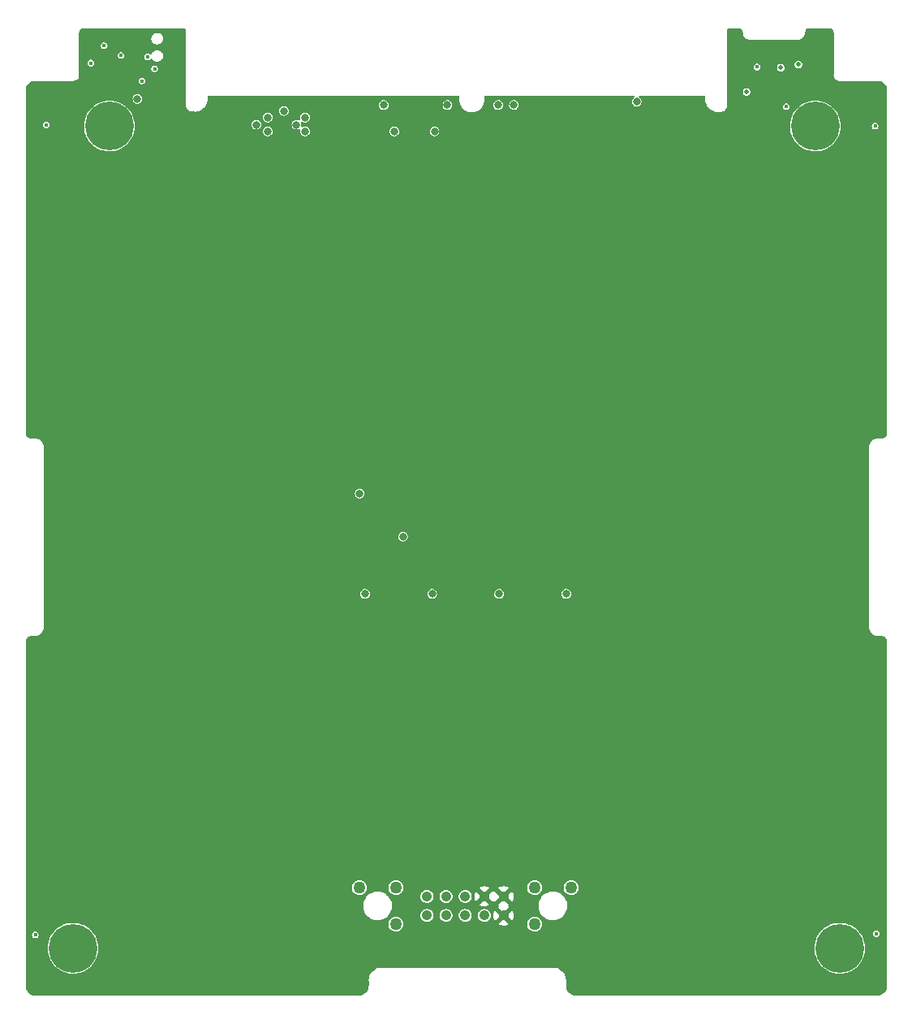
<source format=gbr>
%TF.GenerationSoftware,KiCad,Pcbnew,(6.0.1-0)*%
%TF.CreationDate,2022-02-08T16:02:54-05:00*%
%TF.ProjectId,FP Interface Card,46502049-6e74-4657-9266-616365204361,rev?*%
%TF.SameCoordinates,Original*%
%TF.FileFunction,Copper,L2,Inr*%
%TF.FilePolarity,Positive*%
%FSLAX46Y46*%
G04 Gerber Fmt 4.6, Leading zero omitted, Abs format (unit mm)*
G04 Created by KiCad (PCBNEW (6.0.1-0)) date 2022-02-08 16:02:54*
%MOMM*%
%LPD*%
G01*
G04 APERTURE LIST*
%TA.AperFunction,ComponentPad*%
%ADD10C,5.080000*%
%TD*%
%TA.AperFunction,ComponentPad*%
%ADD11C,1.070000*%
%TD*%
%TA.AperFunction,ComponentPad*%
%ADD12C,1.270000*%
%TD*%
%TA.AperFunction,ViaPad*%
%ADD13C,0.508000*%
%TD*%
%TA.AperFunction,ViaPad*%
%ADD14C,0.381000*%
%TD*%
%TA.AperFunction,ViaPad*%
%ADD15C,0.800000*%
%TD*%
G04 APERTURE END LIST*
D10*
%TO.N,/CHS*%
%TO.C,H2*%
X82540000Y90810000D03*
%TD*%
%TO.N,/CHS*%
%TO.C,H1*%
X8880000Y90810000D03*
%TD*%
%TO.N,/CHS*%
%TO.C,H3*%
X85080000Y5080000D03*
%TD*%
%TO.N,/CHS*%
%TO.C,H4*%
X5080000Y5080000D03*
%TD*%
D11*
%TO.N,GND*%
%TO.C,J1*%
X42000010Y8499999D03*
X42000010Y10499999D03*
X44000010Y8499999D03*
%TO.N,/SERVO_PWR_CTRL*%
X44000010Y10499999D03*
%TO.N,/RXD*%
X46000010Y8499999D03*
%TO.N,/TXD*%
X46000010Y10499999D03*
%TO.N,/RESET*%
X48000010Y8499999D03*
%TO.N,+5V*%
X48000010Y10499999D03*
X50000010Y8499999D03*
X50000010Y10499999D03*
D12*
%TO.N,N/C*%
X53240010Y11404999D03*
X53240010Y7594999D03*
X57050010Y11404999D03*
X38760010Y11404999D03*
X34950010Y11404999D03*
X38760010Y7594999D03*
%TD*%
D13*
%TO.N,Net-(C3-Pad1)*%
X78930500Y96901000D03*
D14*
%TO.N,/5V_USB*%
X10096500Y98171000D03*
D15*
X29300000Y90250000D03*
X42800000Y90250000D03*
X25400000Y90250000D03*
X38600000Y90250000D03*
D14*
X6959600Y97383600D03*
D15*
%TO.N,/H2-6*%
X27083820Y92383820D03*
%TO.N,/H1-6*%
X39500000Y48000000D03*
X35000000Y52500000D03*
D14*
%TO.N,GND*%
X88773000Y90805000D03*
D15*
X51083820Y93016180D03*
D14*
X79499400Y92839600D03*
X76454000Y96964500D03*
D15*
X63900000Y93350000D03*
X49450000Y93000000D03*
D14*
X88900000Y6604000D03*
X12255500Y95504000D03*
D13*
X75374500Y94361000D03*
D14*
X2286000Y90932000D03*
X12890500Y98018600D03*
X1143000Y6477000D03*
D13*
X80772000Y97218500D03*
D14*
X8331200Y99187000D03*
D15*
%TO.N,/H1-19*%
X28400000Y90950000D03*
X24200000Y90950000D03*
X11800000Y93650000D03*
X37500000Y93000000D03*
%TO.N,/H1-20*%
X25400000Y91700000D03*
X29300000Y91700000D03*
D14*
X13589000Y96774000D03*
D15*
%TO.N,+5V*%
X43100000Y93000000D03*
X41500000Y35500000D03*
X55500000Y35500000D03*
X48500000Y35500000D03*
X34500000Y35500000D03*
%TO.N,+3V3*%
X44150000Y93000000D03*
X49550000Y42037500D03*
X56550000Y42037500D03*
X42550000Y42037500D03*
X35550000Y42037500D03*
%TD*%
%TA.AperFunction,Conductor*%
%TO.N,+5V*%
G36*
X74657356Y100990409D02*
G01*
X74689179Y100977228D01*
X74729564Y100960500D01*
X74758045Y100944057D01*
X74829693Y100889080D01*
X74852942Y100865831D01*
X74907919Y100794183D01*
X74924362Y100765701D01*
X74958919Y100682273D01*
X74967432Y100650502D01*
X74979465Y100559108D01*
X74979908Y100555740D01*
X74976598Y100555304D01*
X74978252Y100549557D01*
X74976904Y100544528D01*
X74978425Y100538851D01*
X74991903Y100402012D01*
X74993702Y100396083D01*
X74993702Y100396081D01*
X75020412Y100308031D01*
X75033473Y100264974D01*
X75100979Y100138678D01*
X75191828Y100027979D01*
X75302527Y99937130D01*
X75307985Y99934213D01*
X75307986Y99934212D01*
X75323662Y99925833D01*
X75428823Y99869624D01*
X75565861Y99828054D01*
X75670608Y99817737D01*
X75670591Y99817560D01*
X75672597Y99816810D01*
X75672668Y99817534D01*
X75684617Y99816357D01*
X75702700Y99814576D01*
X75708377Y99813055D01*
X75724399Y99817348D01*
X75740269Y99817348D01*
X75741682Y99817534D01*
X80675075Y99817534D01*
X80676496Y99817347D01*
X80692361Y99817347D01*
X80708383Y99813054D01*
X80714060Y99814575D01*
X80730217Y99816166D01*
X80730218Y99816166D01*
X80807404Y99823768D01*
X80850899Y99828052D01*
X80987938Y99869623D01*
X81089853Y99924097D01*
X81108775Y99934211D01*
X81108776Y99934212D01*
X81114234Y99937129D01*
X81224933Y100027978D01*
X81315782Y100138677D01*
X81318701Y100144137D01*
X81353942Y100210070D01*
X81383288Y100264973D01*
X81424859Y100402012D01*
X81438336Y100538851D01*
X81439857Y100544528D01*
X81438538Y100549450D01*
X81440254Y100555294D01*
X81436852Y100555742D01*
X81449328Y100650502D01*
X81457841Y100682273D01*
X81492398Y100765701D01*
X81508841Y100794183D01*
X81563818Y100865831D01*
X81587067Y100889080D01*
X81658715Y100944057D01*
X81687196Y100960500D01*
X81727581Y100977228D01*
X81759404Y100990409D01*
X81807621Y101000000D01*
X84110310Y101000000D01*
X84158529Y100990408D01*
X84220614Y100964691D01*
X84249099Y100948245D01*
X84314256Y100898248D01*
X84337514Y100874990D01*
X84376577Y100824083D01*
X84387511Y100809833D01*
X84403954Y100781354D01*
X84435388Y100705467D01*
X84443900Y100673700D01*
X84455309Y100587039D01*
X84451999Y100586603D01*
X84453653Y100580857D01*
X84452305Y100575828D01*
X84456598Y100559806D01*
X84456598Y100543941D01*
X84456785Y100542520D01*
X84456785Y96159153D01*
X84456598Y96157732D01*
X84456597Y96141865D01*
X84452305Y96125845D01*
X84453371Y96121865D01*
X84455392Y96103927D01*
X84455392Y96103926D01*
X84463315Y96033617D01*
X84468323Y95989172D01*
X84513749Y95859352D01*
X84540207Y95817244D01*
X84567998Y95773015D01*
X84586923Y95742895D01*
X84684177Y95645641D01*
X84800634Y95572467D01*
X84807310Y95570131D01*
X84807312Y95570130D01*
X84900015Y95537692D01*
X84930454Y95527041D01*
X85024727Y95516418D01*
X85025903Y95516136D01*
X85027805Y95515999D01*
X85029501Y95515365D01*
X85029534Y95515592D01*
X85030148Y95515503D01*
X85030096Y95515143D01*
X85030197Y95515105D01*
X85032736Y95514496D01*
X85032849Y95515503D01*
X85063147Y95512089D01*
X85067127Y95511023D01*
X85083147Y95515315D01*
X85099014Y95515316D01*
X85100435Y95515503D01*
X89033804Y95515503D01*
X89035247Y95515313D01*
X89051102Y95515313D01*
X89067124Y95511020D01*
X89075636Y95513301D01*
X89079531Y95512157D01*
X89079727Y95514397D01*
X89079728Y95514397D01*
X89113591Y95511434D01*
X89225605Y95501634D01*
X89247228Y95497822D01*
X89364455Y95466411D01*
X89390245Y95459501D01*
X89410884Y95451989D01*
X89545072Y95389416D01*
X89564092Y95378434D01*
X89685378Y95293509D01*
X89702203Y95279391D01*
X89806891Y95174703D01*
X89821009Y95157879D01*
X89834555Y95138533D01*
X89905938Y95036589D01*
X89916914Y95017578D01*
X89978743Y94884987D01*
X89979490Y94883386D01*
X89987002Y94862746D01*
X89995707Y94830257D01*
X90000000Y94797647D01*
X90000000Y58654515D01*
X89992930Y58612903D01*
X89984806Y58589686D01*
X89984806Y58589685D01*
X89972567Y58564270D01*
X89912013Y58467899D01*
X89894425Y58445846D01*
X89813958Y58365379D01*
X89791899Y58347787D01*
X89695539Y58287240D01*
X89670118Y58274998D01*
X89562706Y58237413D01*
X89535199Y58231134D01*
X89419772Y58218128D01*
X89419471Y58220802D01*
X89414712Y58219484D01*
X89408002Y58221282D01*
X89391980Y58216989D01*
X89376115Y58216989D01*
X89374694Y58216802D01*
X89060310Y58216802D01*
X89058889Y58216989D01*
X89043025Y58216989D01*
X89027002Y58221282D01*
X89025946Y58220999D01*
X88852728Y58203938D01*
X88846798Y58202139D01*
X88846797Y58202139D01*
X88715570Y58162332D01*
X88685151Y58153104D01*
X88679696Y58150188D01*
X88679693Y58150187D01*
X88602732Y58109050D01*
X88530711Y58070554D01*
X88395343Y57959461D01*
X88284250Y57824093D01*
X88201700Y57669653D01*
X88150866Y57502076D01*
X88133805Y57328858D01*
X88133522Y57327802D01*
X88137815Y57311779D01*
X88137815Y57295915D01*
X88138002Y57294494D01*
X88138002Y38590510D01*
X88137815Y38589089D01*
X88137815Y38573225D01*
X88133522Y38557202D01*
X88133805Y38556146D01*
X88150866Y38382928D01*
X88201700Y38215351D01*
X88284250Y38060911D01*
X88395343Y37925543D01*
X88530711Y37814450D01*
X88600443Y37777177D01*
X88679693Y37734817D01*
X88679696Y37734816D01*
X88685151Y37731900D01*
X88691075Y37730103D01*
X88846797Y37682865D01*
X88846798Y37682865D01*
X88852728Y37681066D01*
X89025946Y37664005D01*
X89027002Y37663722D01*
X89043025Y37668015D01*
X89058889Y37668015D01*
X89060310Y37668202D01*
X89374694Y37668202D01*
X89376115Y37668015D01*
X89391980Y37668015D01*
X89408002Y37663722D01*
X89414445Y37665448D01*
X89419446Y37663980D01*
X89419772Y37666876D01*
X89535199Y37653870D01*
X89562706Y37647591D01*
X89670118Y37610006D01*
X89695539Y37597764D01*
X89791899Y37537217D01*
X89813958Y37519625D01*
X89894425Y37439158D01*
X89912013Y37417105D01*
X89972567Y37320734D01*
X89984804Y37295323D01*
X89992930Y37272101D01*
X90000000Y37230489D01*
X90000000Y925143D01*
X89995706Y892531D01*
X89981518Y839582D01*
X89974007Y818944D01*
X89904736Y670392D01*
X89893754Y651371D01*
X89799738Y517102D01*
X89785620Y500278D01*
X89669726Y384384D01*
X89652902Y370266D01*
X89518633Y276250D01*
X89499612Y265268D01*
X89351060Y195997D01*
X89330423Y188485D01*
X89172095Y146061D01*
X89150471Y142248D01*
X88988806Y128105D01*
X88988638Y130027D01*
X88985105Y129097D01*
X88976202Y131482D01*
X88960180Y127189D01*
X88944315Y127189D01*
X88942894Y127002D01*
X57615110Y127002D01*
X57613689Y127189D01*
X57597824Y127189D01*
X57581802Y131482D01*
X57573289Y129201D01*
X57569394Y130345D01*
X57569198Y128105D01*
X57407533Y142248D01*
X57385909Y146061D01*
X57227581Y188485D01*
X57206944Y195997D01*
X57058392Y265268D01*
X57039371Y276250D01*
X56905102Y370266D01*
X56888278Y384384D01*
X56772384Y500278D01*
X56758266Y517102D01*
X56664250Y651371D01*
X56653268Y670392D01*
X56583997Y818944D01*
X56576485Y839582D01*
X56569706Y864882D01*
X56534061Y997909D01*
X56530248Y1019536D01*
X56516105Y1181198D01*
X56518027Y1181366D01*
X56517097Y1184899D01*
X56519482Y1193802D01*
X56515189Y1209824D01*
X56515189Y1225689D01*
X56515002Y1227110D01*
X56515002Y1693894D01*
X56515189Y1695314D01*
X56515188Y1711177D01*
X56519482Y1727202D01*
X56518921Y1729295D01*
X56502774Y1934460D01*
X56454242Y2136614D01*
X56374682Y2328687D01*
X56266056Y2505949D01*
X56262849Y2509704D01*
X56262846Y2509708D01*
X56134244Y2660280D01*
X56131036Y2664036D01*
X56054194Y2729666D01*
X55976708Y2795846D01*
X55976704Y2795849D01*
X55972949Y2799056D01*
X55795687Y2907682D01*
X55603614Y2987242D01*
X55572002Y2994831D01*
X55406273Y3034619D01*
X55406267Y3034620D01*
X55401460Y3035774D01*
X55246090Y3048002D01*
X55217566Y3050247D01*
X55196295Y3051921D01*
X55194202Y3052482D01*
X55178177Y3048188D01*
X55162314Y3048189D01*
X55160894Y3048002D01*
X37295110Y3048002D01*
X37293690Y3048189D01*
X37277827Y3048188D01*
X37261802Y3052482D01*
X37259709Y3051921D01*
X37242096Y3050535D01*
X37242095Y3050535D01*
X37158946Y3043991D01*
X37054544Y3035774D01*
X37049737Y3034620D01*
X37049731Y3034619D01*
X36884002Y2994831D01*
X36852390Y2987242D01*
X36660317Y2907682D01*
X36483055Y2799056D01*
X36479300Y2795849D01*
X36479296Y2795846D01*
X36401810Y2729666D01*
X36324968Y2664036D01*
X36321760Y2660280D01*
X36193158Y2509708D01*
X36193155Y2509704D01*
X36189948Y2505949D01*
X36081322Y2328687D01*
X36001762Y2136614D01*
X35953230Y1934460D01*
X35937083Y1729295D01*
X35936522Y1727202D01*
X35940816Y1711177D01*
X35940815Y1695314D01*
X35941002Y1693894D01*
X35941002Y1227110D01*
X35940815Y1225689D01*
X35940815Y1209824D01*
X35936522Y1193802D01*
X35938803Y1185289D01*
X35937659Y1181394D01*
X35939899Y1181198D01*
X35925756Y1019536D01*
X35921943Y997909D01*
X35886298Y864882D01*
X35879519Y839582D01*
X35872007Y818944D01*
X35802736Y670392D01*
X35791754Y651371D01*
X35697738Y517102D01*
X35683620Y500278D01*
X35567726Y384384D01*
X35550902Y370266D01*
X35416633Y276250D01*
X35397612Y265268D01*
X35249060Y195997D01*
X35228423Y188485D01*
X35070095Y146061D01*
X35048471Y142248D01*
X34886806Y128105D01*
X34886638Y130027D01*
X34883105Y129097D01*
X34874202Y131482D01*
X34858180Y127189D01*
X34842315Y127189D01*
X34840894Y127002D01*
X1138449Y127005D01*
X1138449Y128109D01*
X1136334Y127719D01*
X1125977Y131215D01*
X1117336Y129481D01*
X1113521Y130870D01*
X1113183Y128647D01*
X952330Y153124D01*
X930988Y158308D01*
X841588Y188485D01*
X775289Y210864D01*
X755173Y219674D01*
X686920Y256968D01*
X610957Y298474D01*
X592677Y310644D01*
X464344Y413282D01*
X448452Y428443D01*
X339889Y551811D01*
X326872Y569501D01*
X241382Y709843D01*
X231634Y729525D01*
X210191Y784390D01*
X171812Y882583D01*
X165631Y903656D01*
X133296Y1064778D01*
X130868Y1086607D01*
X127042Y1249263D01*
X128970Y1249308D01*
X128267Y1252892D01*
X131215Y1261627D01*
X127952Y1277888D01*
X128249Y1282546D01*
X126993Y1295185D01*
X126994Y5107701D01*
X2434819Y5107701D01*
X2450649Y4789717D01*
X2451290Y4785986D01*
X2451291Y4785978D01*
X2465455Y4703553D01*
X2504566Y4475938D01*
X2505654Y4472299D01*
X2505655Y4472296D01*
X2527563Y4399043D01*
X2595790Y4170908D01*
X2722997Y3879047D01*
X2884347Y3604582D01*
X2886648Y3601567D01*
X3075201Y3354502D01*
X3075206Y3354496D01*
X3077501Y3351489D01*
X3299662Y3123435D01*
X3547612Y2923721D01*
X3817760Y2755242D01*
X4106191Y2620438D01*
X4109801Y2619255D01*
X4109805Y2619253D01*
X4199041Y2590000D01*
X4408728Y2521261D01*
X4720988Y2459149D01*
X4724760Y2458862D01*
X4724768Y2458861D01*
X5034672Y2435287D01*
X5034677Y2435287D01*
X5038449Y2435000D01*
X5356512Y2449165D01*
X5360250Y2449787D01*
X5360258Y2449788D01*
X5666827Y2500816D01*
X5666829Y2500817D01*
X5670569Y2501439D01*
X5841081Y2551462D01*
X5972446Y2590000D01*
X5972450Y2590001D01*
X5976072Y2591064D01*
X6268595Y2716741D01*
X6543901Y2876652D01*
X6798002Y3068478D01*
X7027217Y3289442D01*
X7228226Y3536343D01*
X7398117Y3805604D01*
X7534429Y4093326D01*
X7635189Y4395339D01*
X7698935Y4707270D01*
X7724746Y5024600D01*
X7725326Y5080000D01*
X7723656Y5107701D01*
X82434819Y5107701D01*
X82450649Y4789717D01*
X82451290Y4785986D01*
X82451291Y4785978D01*
X82465455Y4703553D01*
X82504566Y4475938D01*
X82505654Y4472299D01*
X82505655Y4472296D01*
X82527563Y4399043D01*
X82595790Y4170908D01*
X82722997Y3879047D01*
X82884347Y3604582D01*
X82886648Y3601567D01*
X83075201Y3354502D01*
X83075206Y3354496D01*
X83077501Y3351489D01*
X83299662Y3123435D01*
X83547612Y2923721D01*
X83817760Y2755242D01*
X84106191Y2620438D01*
X84109801Y2619255D01*
X84109805Y2619253D01*
X84199041Y2590000D01*
X84408728Y2521261D01*
X84720988Y2459149D01*
X84724760Y2458862D01*
X84724768Y2458861D01*
X85034672Y2435287D01*
X85034677Y2435287D01*
X85038449Y2435000D01*
X85356512Y2449165D01*
X85360250Y2449787D01*
X85360258Y2449788D01*
X85666827Y2500816D01*
X85666829Y2500817D01*
X85670569Y2501439D01*
X85841081Y2551462D01*
X85972446Y2590000D01*
X85972450Y2590001D01*
X85976072Y2591064D01*
X86268595Y2716741D01*
X86543901Y2876652D01*
X86798002Y3068478D01*
X87027217Y3289442D01*
X87228226Y3536343D01*
X87398117Y3805604D01*
X87534429Y4093326D01*
X87635189Y4395339D01*
X87698935Y4707270D01*
X87724746Y5024600D01*
X87725326Y5080000D01*
X87706167Y5397801D01*
X87648967Y5710999D01*
X87554554Y6015056D01*
X87424297Y6305569D01*
X87260082Y6578329D01*
X87257755Y6581313D01*
X87257750Y6581320D01*
X87240062Y6604000D01*
X88547952Y6604000D01*
X88569183Y6483592D01*
X88630316Y6377708D01*
X88723976Y6299117D01*
X88838868Y6257300D01*
X88961132Y6257300D01*
X89076024Y6299117D01*
X89169684Y6377708D01*
X89230817Y6483592D01*
X89252048Y6604000D01*
X89250134Y6614855D01*
X89232731Y6713555D01*
X89232730Y6713557D01*
X89230817Y6724408D01*
X89197634Y6781883D01*
X89175195Y6820747D01*
X89169684Y6830292D01*
X89076024Y6908883D01*
X88961132Y6950700D01*
X88838868Y6950700D01*
X88723976Y6908883D01*
X88630316Y6830292D01*
X88624805Y6820747D01*
X88602367Y6781883D01*
X88569183Y6724408D01*
X88567270Y6713557D01*
X88567269Y6713555D01*
X88549866Y6614855D01*
X88547952Y6604000D01*
X87240062Y6604000D01*
X87066624Y6826390D01*
X87066622Y6826392D01*
X87064288Y6829385D01*
X86839751Y7055101D01*
X86589723Y7252207D01*
X86317827Y7417848D01*
X86190650Y7475672D01*
X86031452Y7548056D01*
X86031444Y7548059D01*
X86028000Y7549625D01*
X85724441Y7645628D01*
X85585557Y7671745D01*
X85415271Y7703767D01*
X85415266Y7703768D01*
X85411547Y7704467D01*
X85093851Y7725290D01*
X85090071Y7725082D01*
X85090070Y7725082D01*
X84997289Y7719976D01*
X84775954Y7707795D01*
X84462461Y7652235D01*
X84458845Y7651133D01*
X84458837Y7651131D01*
X84161537Y7560521D01*
X84161530Y7560518D01*
X84157913Y7559416D01*
X83866722Y7430682D01*
X83863468Y7428746D01*
X83863462Y7428743D01*
X83596365Y7269837D01*
X83593106Y7267898D01*
X83590105Y7265583D01*
X83590101Y7265580D01*
X83563081Y7244734D01*
X83341028Y7073421D01*
X83338327Y7070762D01*
X83338320Y7070756D01*
X83116848Y6852735D01*
X83114140Y6850069D01*
X83111776Y6847102D01*
X83111773Y6847099D01*
X83005357Y6713555D01*
X82915727Y6601076D01*
X82748665Y6330051D01*
X82615373Y6040918D01*
X82614214Y6037318D01*
X82614211Y6037311D01*
X82605878Y6011433D01*
X82517782Y5737866D01*
X82517063Y5734150D01*
X82517061Y5734142D01*
X82458024Y5429003D01*
X82458023Y5428994D01*
X82457305Y5425284D01*
X82457038Y5421508D01*
X82457037Y5421503D01*
X82435087Y5111490D01*
X82434819Y5107701D01*
X7723656Y5107701D01*
X7706167Y5397801D01*
X7648967Y5710999D01*
X7554554Y6015056D01*
X7424297Y6305569D01*
X7260082Y6578329D01*
X7257755Y6581313D01*
X7257750Y6581320D01*
X7066624Y6826390D01*
X7066622Y6826392D01*
X7064288Y6829385D01*
X6839751Y7055101D01*
X6589723Y7252207D01*
X6317827Y7417848D01*
X6190650Y7475672D01*
X6031452Y7548056D01*
X6031444Y7548059D01*
X6028000Y7549625D01*
X5867191Y7600482D01*
X37974590Y7600482D01*
X37975326Y7593480D01*
X37975326Y7593478D01*
X37987709Y7475672D01*
X37992894Y7426337D01*
X38049324Y7260575D01*
X38141076Y7111434D01*
X38263590Y6986327D01*
X38410776Y6891472D01*
X38417399Y6889061D01*
X38417402Y6889060D01*
X38568697Y6833993D01*
X38568702Y6833992D01*
X38575320Y6831583D01*
X38710557Y6814499D01*
X38804041Y6814499D01*
X38934023Y6829079D01*
X38940676Y6831396D01*
X38940677Y6831396D01*
X39008069Y6854865D01*
X39099387Y6886665D01*
X39247884Y6979456D01*
X39326418Y7057444D01*
X39367134Y7097876D01*
X39367137Y7097880D01*
X39372132Y7102840D01*
X39465958Y7250685D01*
X39524697Y7415643D01*
X39525973Y7426337D01*
X39544596Y7582523D01*
X39545430Y7589516D01*
X39544477Y7598587D01*
X39543788Y7605145D01*
X49469986Y7605145D01*
X49474895Y7598587D01*
X49575047Y7542614D01*
X49586286Y7537704D01*
X49769098Y7478305D01*
X49781072Y7475672D01*
X49971949Y7452911D01*
X49984198Y7452654D01*
X50175859Y7467401D01*
X50187937Y7469531D01*
X50373074Y7521223D01*
X50384507Y7525657D01*
X50521571Y7594893D01*
X50527530Y7600482D01*
X52454590Y7600482D01*
X52455326Y7593480D01*
X52455326Y7593478D01*
X52467709Y7475672D01*
X52472894Y7426337D01*
X52529324Y7260575D01*
X52621076Y7111434D01*
X52743590Y6986327D01*
X52890776Y6891472D01*
X52897399Y6889061D01*
X52897402Y6889060D01*
X53048697Y6833993D01*
X53048702Y6833992D01*
X53055320Y6831583D01*
X53190557Y6814499D01*
X53284041Y6814499D01*
X53414023Y6829079D01*
X53420676Y6831396D01*
X53420677Y6831396D01*
X53488069Y6854865D01*
X53579387Y6886665D01*
X53727884Y6979456D01*
X53806418Y7057444D01*
X53847134Y7097876D01*
X53847137Y7097880D01*
X53852132Y7102840D01*
X53945958Y7250685D01*
X54004697Y7415643D01*
X54005973Y7426337D01*
X54024596Y7582523D01*
X54025430Y7589516D01*
X54024477Y7598587D01*
X54007862Y7756661D01*
X54007862Y7756663D01*
X54007126Y7763661D01*
X53962001Y7896215D01*
X53952967Y7922753D01*
X53952966Y7922756D01*
X53950696Y7929423D01*
X53925191Y7970881D01*
X53862635Y8072565D01*
X53862633Y8072567D01*
X53858944Y8078564D01*
X53764088Y8175428D01*
X53741358Y8198639D01*
X53741357Y8198640D01*
X53736430Y8203671D01*
X53589244Y8298526D01*
X53582621Y8300937D01*
X53582618Y8300938D01*
X53431323Y8356005D01*
X53431318Y8356006D01*
X53424700Y8358415D01*
X53289463Y8375499D01*
X53195979Y8375499D01*
X53065997Y8360919D01*
X53059344Y8358602D01*
X53059343Y8358602D01*
X53051886Y8356005D01*
X52900633Y8303333D01*
X52752136Y8210542D01*
X52718856Y8177493D01*
X52632886Y8092122D01*
X52632883Y8092118D01*
X52627888Y8087158D01*
X52534062Y7939313D01*
X52515477Y7887121D01*
X52498840Y7840397D01*
X52475323Y7774355D01*
X52474490Y7767369D01*
X52474489Y7767365D01*
X52467411Y7708003D01*
X52454590Y7600482D01*
X50527530Y7600482D01*
X50531855Y7604538D01*
X50529617Y7611182D01*
X50012822Y8127977D01*
X49998878Y8135591D01*
X49997045Y8135460D01*
X49990430Y8131209D01*
X49476746Y7617525D01*
X49469986Y7605145D01*
X39543788Y7605145D01*
X39527862Y7756661D01*
X39527862Y7756663D01*
X39527126Y7763661D01*
X39482001Y7896215D01*
X39472967Y7922753D01*
X39472966Y7922756D01*
X39470696Y7929423D01*
X39445191Y7970881D01*
X39382635Y8072565D01*
X39382633Y8072567D01*
X39378944Y8078564D01*
X39284088Y8175428D01*
X39261358Y8198639D01*
X39261357Y8198640D01*
X39256430Y8203671D01*
X39109244Y8298526D01*
X39102621Y8300937D01*
X39102618Y8300938D01*
X38951323Y8356005D01*
X38951318Y8356006D01*
X38944700Y8358415D01*
X38809463Y8375499D01*
X38715979Y8375499D01*
X38585997Y8360919D01*
X38579344Y8358602D01*
X38579343Y8358602D01*
X38571886Y8356005D01*
X38420633Y8303333D01*
X38272136Y8210542D01*
X38238856Y8177493D01*
X38152886Y8092122D01*
X38152883Y8092118D01*
X38147888Y8087158D01*
X38054062Y7939313D01*
X38035477Y7887121D01*
X38018840Y7840397D01*
X37995323Y7774355D01*
X37994490Y7767369D01*
X37994489Y7767365D01*
X37987411Y7708003D01*
X37974590Y7600482D01*
X5867191Y7600482D01*
X5724441Y7645628D01*
X5585557Y7671745D01*
X5415271Y7703767D01*
X5415266Y7703768D01*
X5411547Y7704467D01*
X5093851Y7725290D01*
X5090071Y7725082D01*
X5090070Y7725082D01*
X4997289Y7719976D01*
X4775954Y7707795D01*
X4462461Y7652235D01*
X4458845Y7651133D01*
X4458837Y7651131D01*
X4161537Y7560521D01*
X4161530Y7560518D01*
X4157913Y7559416D01*
X3866722Y7430682D01*
X3863468Y7428746D01*
X3863462Y7428743D01*
X3596365Y7269837D01*
X3593106Y7267898D01*
X3590105Y7265583D01*
X3590101Y7265580D01*
X3563081Y7244734D01*
X3341028Y7073421D01*
X3338327Y7070762D01*
X3338320Y7070756D01*
X3116848Y6852735D01*
X3114140Y6850069D01*
X3111776Y6847102D01*
X3111773Y6847099D01*
X3005357Y6713555D01*
X2915727Y6601076D01*
X2748665Y6330051D01*
X2615373Y6040918D01*
X2614214Y6037318D01*
X2614211Y6037311D01*
X2605878Y6011433D01*
X2517782Y5737866D01*
X2517063Y5734150D01*
X2517061Y5734142D01*
X2458024Y5429003D01*
X2458023Y5428994D01*
X2457305Y5425284D01*
X2457038Y5421508D01*
X2457037Y5421503D01*
X2435087Y5111490D01*
X2434819Y5107701D01*
X126994Y5107701D01*
X126995Y6477000D01*
X790952Y6477000D01*
X792866Y6466145D01*
X808460Y6377708D01*
X812183Y6356592D01*
X817692Y6347049D01*
X817693Y6347048D01*
X847544Y6295346D01*
X873316Y6250708D01*
X966976Y6172117D01*
X1081868Y6130300D01*
X1204132Y6130300D01*
X1319024Y6172117D01*
X1412684Y6250708D01*
X1438456Y6295346D01*
X1468307Y6347048D01*
X1468308Y6347049D01*
X1473817Y6356592D01*
X1477541Y6377708D01*
X1493134Y6466145D01*
X1495048Y6477000D01*
X1473817Y6597408D01*
X1412684Y6703292D01*
X1319024Y6781883D01*
X1204132Y6823700D01*
X1081868Y6823700D01*
X966976Y6781883D01*
X873316Y6703292D01*
X812183Y6597408D01*
X790952Y6477000D01*
X126995Y6477000D01*
X126995Y7244734D01*
X126996Y9395321D01*
X35358040Y9395321D01*
X35395238Y9152232D01*
X35471639Y8918483D01*
X35474029Y8913892D01*
X35580446Y8709468D01*
X35585191Y8700352D01*
X35588294Y8696219D01*
X35588296Y8696216D01*
X35728427Y8509579D01*
X35732845Y8503695D01*
X35736583Y8500123D01*
X35887394Y8356005D01*
X35910636Y8333794D01*
X35914908Y8330880D01*
X35914909Y8330879D01*
X36025261Y8255602D01*
X36113788Y8195213D01*
X36225318Y8143443D01*
X36332152Y8093852D01*
X36332155Y8093851D01*
X36336847Y8091673D01*
X36573821Y8025954D01*
X36578958Y8025405D01*
X36771247Y8004855D01*
X36771255Y8004855D01*
X36774582Y8004499D01*
X36917347Y8004499D01*
X36919920Y8004711D01*
X36919931Y8004711D01*
X37094950Y8019100D01*
X37094956Y8019101D01*
X37100101Y8019524D01*
X37338610Y8079433D01*
X37564131Y8177493D01*
X37674493Y8248889D01*
X37766269Y8308261D01*
X37766272Y8308263D01*
X37770609Y8311069D01*
X37892098Y8421615D01*
X41322558Y8421615D01*
X41324330Y8414235D01*
X41324330Y8414233D01*
X41352109Y8298526D01*
X41360810Y8262283D01*
X41435964Y8116674D01*
X41440956Y8110952D01*
X41440957Y8110950D01*
X41533510Y8004855D01*
X41543682Y7993195D01*
X41677744Y7898975D01*
X41684820Y7896216D01*
X41684822Y7896215D01*
X41823331Y7842212D01*
X41830410Y7839452D01*
X41837943Y7838460D01*
X41837944Y7838460D01*
X41951297Y7823537D01*
X41955384Y7822999D01*
X42041096Y7822999D01*
X42097021Y7829767D01*
X42155142Y7836800D01*
X42155145Y7836801D01*
X42162683Y7837713D01*
X42169784Y7840396D01*
X42169787Y7840397D01*
X42308862Y7892949D01*
X42315965Y7895633D01*
X42425452Y7970881D01*
X42444747Y7984142D01*
X42444749Y7984143D01*
X42451006Y7988444D01*
X42465311Y8004499D01*
X42554958Y8105116D01*
X42554960Y8105119D01*
X42560011Y8110788D01*
X42569112Y8127977D01*
X42633132Y8248889D01*
X42633133Y8248891D01*
X42636686Y8255602D01*
X42647737Y8299598D01*
X42674753Y8407154D01*
X42674753Y8407157D01*
X42676604Y8414525D01*
X42676641Y8421615D01*
X43322558Y8421615D01*
X43324330Y8414235D01*
X43324330Y8414233D01*
X43352109Y8298526D01*
X43360810Y8262283D01*
X43435964Y8116674D01*
X43440956Y8110952D01*
X43440957Y8110950D01*
X43533510Y8004855D01*
X43543682Y7993195D01*
X43677744Y7898975D01*
X43684820Y7896216D01*
X43684822Y7896215D01*
X43823331Y7842212D01*
X43830410Y7839452D01*
X43837943Y7838460D01*
X43837944Y7838460D01*
X43951297Y7823537D01*
X43955384Y7822999D01*
X44041096Y7822999D01*
X44097021Y7829767D01*
X44155142Y7836800D01*
X44155145Y7836801D01*
X44162683Y7837713D01*
X44169784Y7840396D01*
X44169787Y7840397D01*
X44308862Y7892949D01*
X44315965Y7895633D01*
X44425452Y7970881D01*
X44444747Y7984142D01*
X44444749Y7984143D01*
X44451006Y7988444D01*
X44465311Y8004499D01*
X44554958Y8105116D01*
X44554960Y8105119D01*
X44560011Y8110788D01*
X44569112Y8127977D01*
X44633132Y8248889D01*
X44633133Y8248891D01*
X44636686Y8255602D01*
X44647737Y8299598D01*
X44674753Y8407154D01*
X44674753Y8407157D01*
X44676604Y8414525D01*
X44676641Y8421615D01*
X45322558Y8421615D01*
X45324330Y8414235D01*
X45324330Y8414233D01*
X45352109Y8298526D01*
X45360810Y8262283D01*
X45435964Y8116674D01*
X45440956Y8110952D01*
X45440957Y8110950D01*
X45533510Y8004855D01*
X45543682Y7993195D01*
X45677744Y7898975D01*
X45684820Y7896216D01*
X45684822Y7896215D01*
X45823331Y7842212D01*
X45830410Y7839452D01*
X45837943Y7838460D01*
X45837944Y7838460D01*
X45951297Y7823537D01*
X45955384Y7822999D01*
X46041096Y7822999D01*
X46097021Y7829767D01*
X46155142Y7836800D01*
X46155145Y7836801D01*
X46162683Y7837713D01*
X46169784Y7840396D01*
X46169787Y7840397D01*
X46308862Y7892949D01*
X46315965Y7895633D01*
X46425452Y7970881D01*
X46444747Y7984142D01*
X46444749Y7984143D01*
X46451006Y7988444D01*
X46465311Y8004499D01*
X46554958Y8105116D01*
X46554960Y8105119D01*
X46560011Y8110788D01*
X46569112Y8127977D01*
X46633132Y8248889D01*
X46633133Y8248891D01*
X46636686Y8255602D01*
X46647737Y8299598D01*
X46674753Y8407154D01*
X46674753Y8407157D01*
X46676604Y8414525D01*
X46676641Y8421615D01*
X47322558Y8421615D01*
X47324330Y8414235D01*
X47324330Y8414233D01*
X47352109Y8298526D01*
X47360810Y8262283D01*
X47435964Y8116674D01*
X47440956Y8110952D01*
X47440957Y8110950D01*
X47533510Y8004855D01*
X47543682Y7993195D01*
X47677744Y7898975D01*
X47684820Y7896216D01*
X47684822Y7896215D01*
X47823331Y7842212D01*
X47830410Y7839452D01*
X47837943Y7838460D01*
X47837944Y7838460D01*
X47951297Y7823537D01*
X47955384Y7822999D01*
X48041096Y7822999D01*
X48097021Y7829767D01*
X48155142Y7836800D01*
X48155145Y7836801D01*
X48162683Y7837713D01*
X48169784Y7840396D01*
X48169787Y7840397D01*
X48308862Y7892949D01*
X48315965Y7895633D01*
X48425452Y7970881D01*
X48444747Y7984142D01*
X48444749Y7984143D01*
X48451006Y7988444D01*
X48465311Y8004499D01*
X48554958Y8105116D01*
X48554960Y8105119D01*
X48560011Y8110788D01*
X48569112Y8127977D01*
X48633132Y8248889D01*
X48633133Y8248891D01*
X48636686Y8255602D01*
X48647737Y8299598D01*
X48674753Y8407154D01*
X48674753Y8407157D01*
X48676604Y8414525D01*
X48677096Y8508488D01*
X48952581Y8508488D01*
X48968665Y8316946D01*
X48970879Y8304884D01*
X49023863Y8120109D01*
X49028379Y8108704D01*
X49095162Y7978758D01*
X49104883Y7968537D01*
X49111682Y7970881D01*
X49627988Y8487187D01*
X49634366Y8498867D01*
X50364418Y8498867D01*
X50364549Y8497034D01*
X50368800Y8490419D01*
X50882343Y7976876D01*
X50894723Y7970116D01*
X50901457Y7975157D01*
X50954404Y8068359D01*
X50959394Y8079568D01*
X51020067Y8261958D01*
X51022785Y8273925D01*
X51047205Y8467232D01*
X51047697Y8474261D01*
X51048008Y8496477D01*
X51047713Y8503505D01*
X51028698Y8697433D01*
X51026315Y8709468D01*
X50970759Y8893479D01*
X50966085Y8904820D01*
X50904452Y9020733D01*
X50894593Y9030813D01*
X50887465Y9028244D01*
X50372032Y8512811D01*
X50364418Y8498867D01*
X49634366Y8498867D01*
X49635602Y8501131D01*
X49635471Y8502964D01*
X49631220Y8509579D01*
X49117357Y9023442D01*
X49104977Y9030202D01*
X49098589Y9025420D01*
X49039685Y8918276D01*
X49034848Y8906991D01*
X48976727Y8723770D01*
X48974179Y8711781D01*
X48952752Y8520757D01*
X48952581Y8508488D01*
X48677096Y8508488D01*
X48677462Y8578383D01*
X48675690Y8585765D01*
X48640982Y8730336D01*
X48640981Y8730340D01*
X48639210Y8737715D01*
X48564056Y8883324D01*
X48558922Y8889210D01*
X48461334Y9001076D01*
X48456338Y9006803D01*
X48322276Y9101023D01*
X48315200Y9103782D01*
X48315198Y9103783D01*
X48176689Y9157786D01*
X48169610Y9160546D01*
X48162077Y9161538D01*
X48162076Y9161538D01*
X48048723Y9176461D01*
X48048722Y9176461D01*
X48044636Y9176999D01*
X47958924Y9176999D01*
X47902999Y9170231D01*
X47844878Y9163198D01*
X47844875Y9163197D01*
X47837337Y9162285D01*
X47830236Y9159602D01*
X47830233Y9159601D01*
X47730108Y9121767D01*
X47684055Y9104365D01*
X47677797Y9100064D01*
X47562370Y9020733D01*
X47549014Y9011554D01*
X47543962Y9005884D01*
X47543961Y9005883D01*
X47445062Y8894882D01*
X47445060Y8894879D01*
X47440009Y8889210D01*
X47436455Y8882497D01*
X47436454Y8882496D01*
X47429197Y8868789D01*
X47363334Y8744396D01*
X47323416Y8585473D01*
X47322558Y8421615D01*
X46676641Y8421615D01*
X46677462Y8578383D01*
X46675690Y8585765D01*
X46640982Y8730336D01*
X46640981Y8730340D01*
X46639210Y8737715D01*
X46564056Y8883324D01*
X46558922Y8889210D01*
X46461334Y9001076D01*
X46456338Y9006803D01*
X46322276Y9101023D01*
X46315200Y9103782D01*
X46315198Y9103783D01*
X46176689Y9157786D01*
X46169610Y9160546D01*
X46162077Y9161538D01*
X46162076Y9161538D01*
X46048723Y9176461D01*
X46048722Y9176461D01*
X46044636Y9176999D01*
X45958924Y9176999D01*
X45902999Y9170231D01*
X45844878Y9163198D01*
X45844875Y9163197D01*
X45837337Y9162285D01*
X45830236Y9159602D01*
X45830233Y9159601D01*
X45730108Y9121767D01*
X45684055Y9104365D01*
X45677797Y9100064D01*
X45562370Y9020733D01*
X45549014Y9011554D01*
X45543962Y9005884D01*
X45543961Y9005883D01*
X45445062Y8894882D01*
X45445060Y8894879D01*
X45440009Y8889210D01*
X45436455Y8882497D01*
X45436454Y8882496D01*
X45429197Y8868789D01*
X45363334Y8744396D01*
X45323416Y8585473D01*
X45322558Y8421615D01*
X44676641Y8421615D01*
X44677462Y8578383D01*
X44675690Y8585765D01*
X44640982Y8730336D01*
X44640981Y8730340D01*
X44639210Y8737715D01*
X44564056Y8883324D01*
X44558922Y8889210D01*
X44461334Y9001076D01*
X44456338Y9006803D01*
X44322276Y9101023D01*
X44315200Y9103782D01*
X44315198Y9103783D01*
X44176689Y9157786D01*
X44169610Y9160546D01*
X44162077Y9161538D01*
X44162076Y9161538D01*
X44048723Y9176461D01*
X44048722Y9176461D01*
X44044636Y9176999D01*
X43958924Y9176999D01*
X43902999Y9170231D01*
X43844878Y9163198D01*
X43844875Y9163197D01*
X43837337Y9162285D01*
X43830236Y9159602D01*
X43830233Y9159601D01*
X43730108Y9121767D01*
X43684055Y9104365D01*
X43677797Y9100064D01*
X43562370Y9020733D01*
X43549014Y9011554D01*
X43543962Y9005884D01*
X43543961Y9005883D01*
X43445062Y8894882D01*
X43445060Y8894879D01*
X43440009Y8889210D01*
X43436455Y8882497D01*
X43436454Y8882496D01*
X43429197Y8868789D01*
X43363334Y8744396D01*
X43323416Y8585473D01*
X43322558Y8421615D01*
X42676641Y8421615D01*
X42677462Y8578383D01*
X42675690Y8585765D01*
X42640982Y8730336D01*
X42640981Y8730340D01*
X42639210Y8737715D01*
X42564056Y8883324D01*
X42558922Y8889210D01*
X42461334Y9001076D01*
X42456338Y9006803D01*
X42322276Y9101023D01*
X42315200Y9103782D01*
X42315198Y9103783D01*
X42176689Y9157786D01*
X42169610Y9160546D01*
X42162077Y9161538D01*
X42162076Y9161538D01*
X42048723Y9176461D01*
X42048722Y9176461D01*
X42044636Y9176999D01*
X41958924Y9176999D01*
X41902999Y9170231D01*
X41844878Y9163198D01*
X41844875Y9163197D01*
X41837337Y9162285D01*
X41830236Y9159602D01*
X41830233Y9159601D01*
X41730108Y9121767D01*
X41684055Y9104365D01*
X41677797Y9100064D01*
X41562370Y9020733D01*
X41549014Y9011554D01*
X41543962Y9005884D01*
X41543961Y9005883D01*
X41445062Y8894882D01*
X41445060Y8894879D01*
X41440009Y8889210D01*
X41436455Y8882497D01*
X41436454Y8882496D01*
X41429197Y8868789D01*
X41363334Y8744396D01*
X41323416Y8585473D01*
X41322558Y8421615D01*
X37892098Y8421615D01*
X37952498Y8476575D01*
X38104912Y8669566D01*
X38223760Y8884858D01*
X38273535Y9025420D01*
X38304123Y9111796D01*
X38304124Y9111800D01*
X38305849Y9116671D01*
X38312184Y9152232D01*
X38320771Y9200440D01*
X38348975Y9358778D01*
X38349415Y9394834D01*
X49468893Y9394834D01*
X49471347Y9387872D01*
X49987198Y8872021D01*
X50001142Y8864407D01*
X50002975Y8864538D01*
X50009590Y8868789D01*
X50523670Y9382869D01*
X50530430Y9395249D01*
X50530376Y9395321D01*
X53648040Y9395321D01*
X53685238Y9152232D01*
X53761639Y8918483D01*
X53764029Y8913892D01*
X53870446Y8709468D01*
X53875191Y8700352D01*
X53878294Y8696219D01*
X53878296Y8696216D01*
X54018427Y8509579D01*
X54022845Y8503695D01*
X54026583Y8500123D01*
X54177394Y8356005D01*
X54200636Y8333794D01*
X54204908Y8330880D01*
X54204909Y8330879D01*
X54315261Y8255602D01*
X54403788Y8195213D01*
X54515318Y8143443D01*
X54622152Y8093852D01*
X54622155Y8093851D01*
X54626847Y8091673D01*
X54863821Y8025954D01*
X54868958Y8025405D01*
X55061247Y8004855D01*
X55061255Y8004855D01*
X55064582Y8004499D01*
X55207347Y8004499D01*
X55209920Y8004711D01*
X55209931Y8004711D01*
X55384950Y8019100D01*
X55384956Y8019101D01*
X55390101Y8019524D01*
X55628610Y8079433D01*
X55854131Y8177493D01*
X55964493Y8248889D01*
X56056269Y8308261D01*
X56056272Y8308263D01*
X56060609Y8311069D01*
X56242498Y8476575D01*
X56394912Y8669566D01*
X56513760Y8884858D01*
X56563535Y9025420D01*
X56594123Y9111796D01*
X56594124Y9111800D01*
X56595849Y9116671D01*
X56602184Y9152232D01*
X56610771Y9200440D01*
X56638975Y9358778D01*
X56640328Y9469531D01*
X56641917Y9599507D01*
X56641917Y9599509D01*
X56641980Y9604677D01*
X56604782Y9847766D01*
X56528381Y10081515D01*
X56483598Y10167542D01*
X56417218Y10295057D01*
X56417217Y10295058D01*
X56414829Y10299646D01*
X56410897Y10304884D01*
X56270280Y10492168D01*
X56270278Y10492171D01*
X56267175Y10496303D01*
X56173864Y10585473D01*
X56093121Y10662633D01*
X56093120Y10662634D01*
X56089384Y10666204D01*
X56056071Y10688929D01*
X55904225Y10792511D01*
X55886232Y10804785D01*
X55757505Y10864538D01*
X55667868Y10906146D01*
X55667865Y10906147D01*
X55663173Y10908325D01*
X55426199Y10974044D01*
X55421062Y10974593D01*
X55228773Y10995143D01*
X55228765Y10995143D01*
X55225438Y10995499D01*
X55082673Y10995499D01*
X55080100Y10995287D01*
X55080089Y10995287D01*
X54905070Y10980898D01*
X54905064Y10980897D01*
X54899919Y10980474D01*
X54661410Y10920565D01*
X54435889Y10822505D01*
X54431541Y10819692D01*
X54233751Y10691737D01*
X54233748Y10691735D01*
X54229411Y10688929D01*
X54047522Y10523423D01*
X53895108Y10330432D01*
X53776260Y10115140D01*
X53759694Y10068359D01*
X53698529Y9895633D01*
X53694171Y9883327D01*
X53693264Y9878234D01*
X53693263Y9878231D01*
X53686926Y9842653D01*
X53651045Y9641220D01*
X53648040Y9395321D01*
X50530376Y9395321D01*
X50511123Y9421040D01*
X50513176Y9422577D01*
X50490894Y9448182D01*
X50480642Y9518434D01*
X50509998Y9583078D01*
X50519202Y9592671D01*
X50531855Y9604538D01*
X50529617Y9611182D01*
X50012822Y10127977D01*
X49998878Y10135591D01*
X49997045Y10135460D01*
X49990430Y10131209D01*
X49476746Y9617525D01*
X49469986Y9605145D01*
X49489293Y9579354D01*
X49487353Y9577902D01*
X49510462Y9550964D01*
X49520217Y9480640D01*
X49490404Y9416207D01*
X49483060Y9408498D01*
X49468893Y9394834D01*
X38349415Y9394834D01*
X38350328Y9469531D01*
X38351917Y9599507D01*
X38351917Y9599509D01*
X38351980Y9604677D01*
X38351908Y9605145D01*
X47469986Y9605145D01*
X47474895Y9598587D01*
X47575047Y9542614D01*
X47586286Y9537704D01*
X47769098Y9478305D01*
X47781072Y9475672D01*
X47971949Y9452911D01*
X47984198Y9452654D01*
X48175859Y9467401D01*
X48187937Y9469531D01*
X48373074Y9521223D01*
X48384507Y9525657D01*
X48521571Y9594893D01*
X48531855Y9604538D01*
X48529617Y9611182D01*
X48012822Y10127977D01*
X47998878Y10135591D01*
X47997045Y10135460D01*
X47990430Y10131209D01*
X47476746Y9617525D01*
X47469986Y9605145D01*
X38351908Y9605145D01*
X38314782Y9847766D01*
X38238381Y10081515D01*
X38193598Y10167542D01*
X38127218Y10295057D01*
X38127217Y10295058D01*
X38124829Y10299646D01*
X38120897Y10304884D01*
X38033253Y10421615D01*
X41322558Y10421615D01*
X41324330Y10414235D01*
X41324330Y10414233D01*
X41352942Y10295057D01*
X41360810Y10262283D01*
X41435964Y10116674D01*
X41440956Y10110952D01*
X41440957Y10110950D01*
X41478112Y10068359D01*
X41543682Y9993195D01*
X41677744Y9898975D01*
X41684820Y9896216D01*
X41684822Y9896215D01*
X41796480Y9852681D01*
X41830410Y9839452D01*
X41837943Y9838460D01*
X41837944Y9838460D01*
X41951297Y9823537D01*
X41955384Y9822999D01*
X42041096Y9822999D01*
X42097021Y9829767D01*
X42155142Y9836800D01*
X42155145Y9836801D01*
X42162683Y9837713D01*
X42169784Y9840396D01*
X42169787Y9840397D01*
X42308862Y9892949D01*
X42315965Y9895633D01*
X42425452Y9970881D01*
X42444747Y9984142D01*
X42444749Y9984143D01*
X42451006Y9988444D01*
X42470642Y10010483D01*
X42554958Y10105116D01*
X42554960Y10105119D01*
X42560011Y10110788D01*
X42569112Y10127977D01*
X42633132Y10248889D01*
X42633133Y10248891D01*
X42636686Y10255602D01*
X42676604Y10414525D01*
X42676641Y10421615D01*
X43322558Y10421615D01*
X43324330Y10414235D01*
X43324330Y10414233D01*
X43352942Y10295057D01*
X43360810Y10262283D01*
X43435964Y10116674D01*
X43440956Y10110952D01*
X43440957Y10110950D01*
X43478112Y10068359D01*
X43543682Y9993195D01*
X43677744Y9898975D01*
X43684820Y9896216D01*
X43684822Y9896215D01*
X43796480Y9852681D01*
X43830410Y9839452D01*
X43837943Y9838460D01*
X43837944Y9838460D01*
X43951297Y9823537D01*
X43955384Y9822999D01*
X44041096Y9822999D01*
X44097021Y9829767D01*
X44155142Y9836800D01*
X44155145Y9836801D01*
X44162683Y9837713D01*
X44169784Y9840396D01*
X44169787Y9840397D01*
X44308862Y9892949D01*
X44315965Y9895633D01*
X44425452Y9970881D01*
X44444747Y9984142D01*
X44444749Y9984143D01*
X44451006Y9988444D01*
X44470642Y10010483D01*
X44554958Y10105116D01*
X44554960Y10105119D01*
X44560011Y10110788D01*
X44569112Y10127977D01*
X44633132Y10248889D01*
X44633133Y10248891D01*
X44636686Y10255602D01*
X44676604Y10414525D01*
X44676641Y10421615D01*
X45322558Y10421615D01*
X45324330Y10414235D01*
X45324330Y10414233D01*
X45352942Y10295057D01*
X45360810Y10262283D01*
X45435964Y10116674D01*
X45440956Y10110952D01*
X45440957Y10110950D01*
X45478112Y10068359D01*
X45543682Y9993195D01*
X45677744Y9898975D01*
X45684820Y9896216D01*
X45684822Y9896215D01*
X45796480Y9852681D01*
X45830410Y9839452D01*
X45837943Y9838460D01*
X45837944Y9838460D01*
X45951297Y9823537D01*
X45955384Y9822999D01*
X46041096Y9822999D01*
X46097021Y9829767D01*
X46155142Y9836800D01*
X46155145Y9836801D01*
X46162683Y9837713D01*
X46169784Y9840396D01*
X46169787Y9840397D01*
X46308862Y9892949D01*
X46315965Y9895633D01*
X46425452Y9970881D01*
X46444747Y9984142D01*
X46444749Y9984143D01*
X46451006Y9988444D01*
X46470642Y10010483D01*
X46554958Y10105116D01*
X46554960Y10105119D01*
X46560011Y10110788D01*
X46569112Y10127977D01*
X46633132Y10248889D01*
X46633133Y10248891D01*
X46636686Y10255602D01*
X46676604Y10414525D01*
X46677096Y10508488D01*
X46952581Y10508488D01*
X46968665Y10316946D01*
X46970879Y10304884D01*
X47023863Y10120109D01*
X47028379Y10108704D01*
X47095162Y9978758D01*
X47104883Y9968537D01*
X47111682Y9970881D01*
X47627988Y10487187D01*
X47634366Y10498867D01*
X48364418Y10498867D01*
X48364549Y10497034D01*
X48368800Y10490419D01*
X48882343Y9976876D01*
X48894723Y9970116D01*
X48920514Y9989423D01*
X48922038Y9987387D01*
X48949151Y10010483D01*
X49019508Y10019994D01*
X49083838Y9989957D01*
X49091827Y9982265D01*
X49104883Y9968537D01*
X49111682Y9970881D01*
X49627988Y10487187D01*
X49634366Y10498867D01*
X50364418Y10498867D01*
X50364549Y10497034D01*
X50368800Y10490419D01*
X50882343Y9976876D01*
X50894723Y9970116D01*
X50901457Y9975157D01*
X50954404Y10068359D01*
X50959394Y10079568D01*
X51020067Y10261958D01*
X51022785Y10273925D01*
X51047205Y10467232D01*
X51047697Y10474261D01*
X51048008Y10496477D01*
X51047713Y10503505D01*
X51028698Y10697433D01*
X51026315Y10709468D01*
X50970759Y10893479D01*
X50966085Y10904820D01*
X50904452Y11020733D01*
X50894593Y11030813D01*
X50887465Y11028244D01*
X50372032Y10512811D01*
X50364418Y10498867D01*
X49634366Y10498867D01*
X49635602Y10501131D01*
X49635471Y10502964D01*
X49631220Y10509579D01*
X49117357Y11023442D01*
X49104977Y11030202D01*
X49079186Y11010895D01*
X49077796Y11012752D01*
X49051083Y10989672D01*
X48980794Y10979669D01*
X48916256Y11009255D01*
X48908826Y11016260D01*
X48894592Y11030813D01*
X48887465Y11028244D01*
X48372032Y10512811D01*
X48364418Y10498867D01*
X47634366Y10498867D01*
X47635602Y10501131D01*
X47635471Y10502964D01*
X47631220Y10509579D01*
X47117357Y11023442D01*
X47104977Y11030202D01*
X47098589Y11025420D01*
X47039685Y10918276D01*
X47034848Y10906991D01*
X46976727Y10723770D01*
X46974179Y10711781D01*
X46952752Y10520757D01*
X46952581Y10508488D01*
X46677096Y10508488D01*
X46677462Y10578383D01*
X46675690Y10585765D01*
X46640982Y10730336D01*
X46640981Y10730340D01*
X46639210Y10737715D01*
X46564056Y10883324D01*
X46558922Y10889210D01*
X46461334Y11001076D01*
X46456338Y11006803D01*
X46322276Y11101023D01*
X46315200Y11103782D01*
X46315198Y11103783D01*
X46176689Y11157786D01*
X46169610Y11160546D01*
X46162077Y11161538D01*
X46162076Y11161538D01*
X46048723Y11176461D01*
X46048722Y11176461D01*
X46044636Y11176999D01*
X45958924Y11176999D01*
X45902999Y11170231D01*
X45844878Y11163198D01*
X45844875Y11163197D01*
X45837337Y11162285D01*
X45830236Y11159602D01*
X45830233Y11159601D01*
X45691158Y11107049D01*
X45684055Y11104365D01*
X45677797Y11100064D01*
X45562370Y11020733D01*
X45549014Y11011554D01*
X45543962Y11005884D01*
X45543961Y11005883D01*
X45445062Y10894882D01*
X45445060Y10894879D01*
X45440009Y10889210D01*
X45436455Y10882497D01*
X45436454Y10882496D01*
X45385216Y10785723D01*
X45363334Y10744396D01*
X45361484Y10737032D01*
X45361484Y10737031D01*
X45336881Y10639079D01*
X45323416Y10585473D01*
X45322558Y10421615D01*
X44676641Y10421615D01*
X44677462Y10578383D01*
X44675690Y10585765D01*
X44640982Y10730336D01*
X44640981Y10730340D01*
X44639210Y10737715D01*
X44564056Y10883324D01*
X44558922Y10889210D01*
X44461334Y11001076D01*
X44456338Y11006803D01*
X44322276Y11101023D01*
X44315200Y11103782D01*
X44315198Y11103783D01*
X44176689Y11157786D01*
X44169610Y11160546D01*
X44162077Y11161538D01*
X44162076Y11161538D01*
X44048723Y11176461D01*
X44048722Y11176461D01*
X44044636Y11176999D01*
X43958924Y11176999D01*
X43902999Y11170231D01*
X43844878Y11163198D01*
X43844875Y11163197D01*
X43837337Y11162285D01*
X43830236Y11159602D01*
X43830233Y11159601D01*
X43691158Y11107049D01*
X43684055Y11104365D01*
X43677797Y11100064D01*
X43562370Y11020733D01*
X43549014Y11011554D01*
X43543962Y11005884D01*
X43543961Y11005883D01*
X43445062Y10894882D01*
X43445060Y10894879D01*
X43440009Y10889210D01*
X43436455Y10882497D01*
X43436454Y10882496D01*
X43385216Y10785723D01*
X43363334Y10744396D01*
X43361484Y10737032D01*
X43361484Y10737031D01*
X43336881Y10639079D01*
X43323416Y10585473D01*
X43322558Y10421615D01*
X42676641Y10421615D01*
X42677462Y10578383D01*
X42675690Y10585765D01*
X42640982Y10730336D01*
X42640981Y10730340D01*
X42639210Y10737715D01*
X42564056Y10883324D01*
X42558922Y10889210D01*
X42461334Y11001076D01*
X42456338Y11006803D01*
X42322276Y11101023D01*
X42315200Y11103782D01*
X42315198Y11103783D01*
X42176689Y11157786D01*
X42169610Y11160546D01*
X42162077Y11161538D01*
X42162076Y11161538D01*
X42048723Y11176461D01*
X42048722Y11176461D01*
X42044636Y11176999D01*
X41958924Y11176999D01*
X41902999Y11170231D01*
X41844878Y11163198D01*
X41844875Y11163197D01*
X41837337Y11162285D01*
X41830236Y11159602D01*
X41830233Y11159601D01*
X41691158Y11107049D01*
X41684055Y11104365D01*
X41677797Y11100064D01*
X41562370Y11020733D01*
X41549014Y11011554D01*
X41543962Y11005884D01*
X41543961Y11005883D01*
X41445062Y10894882D01*
X41445060Y10894879D01*
X41440009Y10889210D01*
X41436455Y10882497D01*
X41436454Y10882496D01*
X41385216Y10785723D01*
X41363334Y10744396D01*
X41361484Y10737032D01*
X41361484Y10737031D01*
X41336881Y10639079D01*
X41323416Y10585473D01*
X41322558Y10421615D01*
X38033253Y10421615D01*
X37980280Y10492168D01*
X37980278Y10492171D01*
X37977175Y10496303D01*
X37883864Y10585473D01*
X37803121Y10662633D01*
X37803120Y10662634D01*
X37799384Y10666204D01*
X37766071Y10688929D01*
X37614225Y10792511D01*
X37596232Y10804785D01*
X37467505Y10864538D01*
X37377868Y10906146D01*
X37377865Y10906147D01*
X37373173Y10908325D01*
X37136199Y10974044D01*
X37131062Y10974593D01*
X36938773Y10995143D01*
X36938765Y10995143D01*
X36935438Y10995499D01*
X36792673Y10995499D01*
X36790100Y10995287D01*
X36790089Y10995287D01*
X36615070Y10980898D01*
X36615064Y10980897D01*
X36609919Y10980474D01*
X36371410Y10920565D01*
X36145889Y10822505D01*
X36141541Y10819692D01*
X35943751Y10691737D01*
X35943748Y10691735D01*
X35939411Y10688929D01*
X35757522Y10523423D01*
X35605108Y10330432D01*
X35486260Y10115140D01*
X35469694Y10068359D01*
X35408529Y9895633D01*
X35404171Y9883327D01*
X35403264Y9878234D01*
X35403263Y9878231D01*
X35396926Y9842653D01*
X35361045Y9641220D01*
X35358040Y9395321D01*
X126996Y9395321D01*
X126996Y11410482D01*
X34164590Y11410482D01*
X34165326Y11403480D01*
X34165326Y11403478D01*
X34166478Y11392523D01*
X34182894Y11236337D01*
X34207793Y11163198D01*
X34228959Y11101023D01*
X34239324Y11070575D01*
X34243014Y11064577D01*
X34243015Y11064575D01*
X34295250Y10979669D01*
X34331076Y10921434D01*
X34344353Y10907876D01*
X34427955Y10822505D01*
X34453590Y10796327D01*
X34600776Y10701472D01*
X34607399Y10699061D01*
X34607402Y10699060D01*
X34758697Y10643993D01*
X34758702Y10643992D01*
X34765320Y10641583D01*
X34900557Y10624499D01*
X34994041Y10624499D01*
X35124023Y10639079D01*
X35130676Y10641396D01*
X35130677Y10641396D01*
X35210286Y10669119D01*
X35289387Y10696665D01*
X35437884Y10789456D01*
X35531576Y10882496D01*
X35557134Y10907876D01*
X35557137Y10907880D01*
X35562132Y10912840D01*
X35655958Y11060685D01*
X35690534Y11157786D01*
X35712335Y11219009D01*
X35712336Y11219011D01*
X35714697Y11225643D01*
X35715973Y11236337D01*
X35733445Y11382869D01*
X35735430Y11399516D01*
X35734694Y11406520D01*
X35734278Y11410482D01*
X37974590Y11410482D01*
X37975326Y11403480D01*
X37975326Y11403478D01*
X37976478Y11392523D01*
X37992894Y11236337D01*
X38017793Y11163198D01*
X38038959Y11101023D01*
X38049324Y11070575D01*
X38053014Y11064577D01*
X38053015Y11064575D01*
X38105250Y10979669D01*
X38141076Y10921434D01*
X38154353Y10907876D01*
X38237955Y10822505D01*
X38263590Y10796327D01*
X38410776Y10701472D01*
X38417399Y10699061D01*
X38417402Y10699060D01*
X38568697Y10643993D01*
X38568702Y10643992D01*
X38575320Y10641583D01*
X38710557Y10624499D01*
X38804041Y10624499D01*
X38934023Y10639079D01*
X38940676Y10641396D01*
X38940677Y10641396D01*
X39020286Y10669119D01*
X39099387Y10696665D01*
X39247884Y10789456D01*
X39341576Y10882496D01*
X39367134Y10907876D01*
X39367137Y10907880D01*
X39372132Y10912840D01*
X39465958Y11060685D01*
X39500534Y11157786D01*
X39522335Y11219009D01*
X39522336Y11219011D01*
X39524697Y11225643D01*
X39525973Y11236337D01*
X39543445Y11382869D01*
X39544872Y11394835D01*
X47468892Y11394835D01*
X47471347Y11387872D01*
X47987198Y10872021D01*
X48001142Y10864407D01*
X48002975Y10864538D01*
X48009590Y10868789D01*
X48523670Y11382869D01*
X48530204Y11394835D01*
X49468892Y11394835D01*
X49471347Y11387872D01*
X49987198Y10872021D01*
X50001142Y10864407D01*
X50002975Y10864538D01*
X50009590Y10868789D01*
X50523670Y11382869D01*
X50530430Y11395249D01*
X50525771Y11401472D01*
X50509108Y11410482D01*
X52454590Y11410482D01*
X52455326Y11403480D01*
X52455326Y11403478D01*
X52456478Y11392523D01*
X52472894Y11236337D01*
X52497793Y11163198D01*
X52518959Y11101023D01*
X52529324Y11070575D01*
X52533014Y11064577D01*
X52533015Y11064575D01*
X52585250Y10979669D01*
X52621076Y10921434D01*
X52634353Y10907876D01*
X52717955Y10822505D01*
X52743590Y10796327D01*
X52890776Y10701472D01*
X52897399Y10699061D01*
X52897402Y10699060D01*
X53048697Y10643993D01*
X53048702Y10643992D01*
X53055320Y10641583D01*
X53190557Y10624499D01*
X53284041Y10624499D01*
X53414023Y10639079D01*
X53420676Y10641396D01*
X53420677Y10641396D01*
X53500286Y10669119D01*
X53579387Y10696665D01*
X53727884Y10789456D01*
X53821576Y10882496D01*
X53847134Y10907876D01*
X53847137Y10907880D01*
X53852132Y10912840D01*
X53945958Y11060685D01*
X53980534Y11157786D01*
X54002335Y11219009D01*
X54002336Y11219011D01*
X54004697Y11225643D01*
X54005973Y11236337D01*
X54023445Y11382869D01*
X54025430Y11399516D01*
X54024694Y11406520D01*
X54024278Y11410482D01*
X56264590Y11410482D01*
X56265326Y11403480D01*
X56265326Y11403478D01*
X56266478Y11392523D01*
X56282894Y11236337D01*
X56307793Y11163198D01*
X56328959Y11101023D01*
X56339324Y11070575D01*
X56343014Y11064577D01*
X56343015Y11064575D01*
X56395250Y10979669D01*
X56431076Y10921434D01*
X56444353Y10907876D01*
X56527955Y10822505D01*
X56553590Y10796327D01*
X56700776Y10701472D01*
X56707399Y10699061D01*
X56707402Y10699060D01*
X56858697Y10643993D01*
X56858702Y10643992D01*
X56865320Y10641583D01*
X57000557Y10624499D01*
X57094041Y10624499D01*
X57224023Y10639079D01*
X57230676Y10641396D01*
X57230677Y10641396D01*
X57310286Y10669119D01*
X57389387Y10696665D01*
X57537884Y10789456D01*
X57631576Y10882496D01*
X57657134Y10907876D01*
X57657137Y10907880D01*
X57662132Y10912840D01*
X57755958Y11060685D01*
X57790534Y11157786D01*
X57812335Y11219009D01*
X57812336Y11219011D01*
X57814697Y11225643D01*
X57815973Y11236337D01*
X57833445Y11382869D01*
X57835430Y11399516D01*
X57834694Y11406520D01*
X57817862Y11566661D01*
X57817862Y11566663D01*
X57817126Y11573661D01*
X57760696Y11739423D01*
X57668944Y11888564D01*
X57546430Y12013671D01*
X57399244Y12108526D01*
X57392621Y12110937D01*
X57392618Y12110938D01*
X57241323Y12166005D01*
X57241318Y12166006D01*
X57234700Y12168415D01*
X57099463Y12185499D01*
X57005979Y12185499D01*
X56875997Y12170919D01*
X56869344Y12168602D01*
X56869343Y12168602D01*
X56861886Y12166005D01*
X56710633Y12113333D01*
X56562136Y12020542D01*
X56550150Y12008639D01*
X56442886Y11902122D01*
X56442883Y11902118D01*
X56437888Y11897158D01*
X56344062Y11749313D01*
X56285323Y11584355D01*
X56284490Y11577369D01*
X56284489Y11577365D01*
X56272101Y11473471D01*
X56264590Y11410482D01*
X54024278Y11410482D01*
X54007862Y11566661D01*
X54007862Y11566663D01*
X54007126Y11573661D01*
X53950696Y11739423D01*
X53858944Y11888564D01*
X53736430Y12013671D01*
X53589244Y12108526D01*
X53582621Y12110937D01*
X53582618Y12110938D01*
X53431323Y12166005D01*
X53431318Y12166006D01*
X53424700Y12168415D01*
X53289463Y12185499D01*
X53195979Y12185499D01*
X53065997Y12170919D01*
X53059344Y12168602D01*
X53059343Y12168602D01*
X53051886Y12166005D01*
X52900633Y12113333D01*
X52752136Y12020542D01*
X52740150Y12008639D01*
X52632886Y11902122D01*
X52632883Y11902118D01*
X52627888Y11897158D01*
X52534062Y11749313D01*
X52475323Y11584355D01*
X52474490Y11577369D01*
X52474489Y11577365D01*
X52462101Y11473471D01*
X52454590Y11410482D01*
X50509108Y11410482D01*
X50411570Y11463222D01*
X50400255Y11467978D01*
X50216634Y11524818D01*
X50204623Y11527284D01*
X50013456Y11547376D01*
X50001187Y11547461D01*
X49809765Y11530041D01*
X49797716Y11527743D01*
X49613317Y11473471D01*
X49601940Y11468874D01*
X49479041Y11404624D01*
X49468892Y11394835D01*
X48530204Y11394835D01*
X48530430Y11395249D01*
X48525771Y11401472D01*
X48411570Y11463222D01*
X48400255Y11467978D01*
X48216634Y11524818D01*
X48204623Y11527284D01*
X48013456Y11547376D01*
X48001187Y11547461D01*
X47809765Y11530041D01*
X47797716Y11527743D01*
X47613317Y11473471D01*
X47601940Y11468874D01*
X47479041Y11404624D01*
X47468892Y11394835D01*
X39544872Y11394835D01*
X39545430Y11399516D01*
X39544694Y11406520D01*
X39527862Y11566661D01*
X39527862Y11566663D01*
X39527126Y11573661D01*
X39470696Y11739423D01*
X39378944Y11888564D01*
X39256430Y12013671D01*
X39109244Y12108526D01*
X39102621Y12110937D01*
X39102618Y12110938D01*
X38951323Y12166005D01*
X38951318Y12166006D01*
X38944700Y12168415D01*
X38809463Y12185499D01*
X38715979Y12185499D01*
X38585997Y12170919D01*
X38579344Y12168602D01*
X38579343Y12168602D01*
X38571886Y12166005D01*
X38420633Y12113333D01*
X38272136Y12020542D01*
X38260150Y12008639D01*
X38152886Y11902122D01*
X38152883Y11902118D01*
X38147888Y11897158D01*
X38054062Y11749313D01*
X37995323Y11584355D01*
X37994490Y11577369D01*
X37994489Y11577365D01*
X37982101Y11473471D01*
X37974590Y11410482D01*
X35734278Y11410482D01*
X35717862Y11566661D01*
X35717862Y11566663D01*
X35717126Y11573661D01*
X35660696Y11739423D01*
X35568944Y11888564D01*
X35446430Y12013671D01*
X35299244Y12108526D01*
X35292621Y12110937D01*
X35292618Y12110938D01*
X35141323Y12166005D01*
X35141318Y12166006D01*
X35134700Y12168415D01*
X34999463Y12185499D01*
X34905979Y12185499D01*
X34775997Y12170919D01*
X34769344Y12168602D01*
X34769343Y12168602D01*
X34761886Y12166005D01*
X34610633Y12113333D01*
X34462136Y12020542D01*
X34450150Y12008639D01*
X34342886Y11902122D01*
X34342883Y11902118D01*
X34337888Y11897158D01*
X34244062Y11749313D01*
X34185323Y11584355D01*
X34184490Y11577369D01*
X34184489Y11577365D01*
X34172101Y11473471D01*
X34164590Y11410482D01*
X126996Y11410482D01*
X127002Y36999894D01*
X127189Y37001315D01*
X127189Y37017180D01*
X131482Y37033202D01*
X129756Y37039645D01*
X131224Y37044646D01*
X128328Y37044972D01*
X141334Y37160399D01*
X147613Y37187906D01*
X185198Y37295318D01*
X197440Y37320739D01*
X257987Y37417099D01*
X275579Y37439158D01*
X356046Y37519625D01*
X378105Y37537217D01*
X474465Y37597764D01*
X499886Y37610006D01*
X607298Y37647591D01*
X634805Y37653870D01*
X750232Y37666876D01*
X750533Y37664202D01*
X755292Y37665520D01*
X762002Y37663722D01*
X778024Y37668015D01*
X793889Y37668015D01*
X795310Y37668202D01*
X1109694Y37668202D01*
X1111115Y37668015D01*
X1126979Y37668015D01*
X1143002Y37663722D01*
X1144058Y37664005D01*
X1317276Y37681066D01*
X1323206Y37682865D01*
X1323207Y37682865D01*
X1478929Y37730103D01*
X1484853Y37731900D01*
X1490308Y37734816D01*
X1490311Y37734817D01*
X1569561Y37777177D01*
X1639293Y37814450D01*
X1774661Y37925543D01*
X1885754Y38060911D01*
X1968304Y38215351D01*
X2019138Y38382928D01*
X2036199Y38556146D01*
X2036482Y38557202D01*
X2032189Y38573225D01*
X2032189Y38589089D01*
X2032002Y38590510D01*
X2032002Y42043677D01*
X35044391Y42043677D01*
X35045555Y42034775D01*
X35045555Y42034772D01*
X35046814Y42025146D01*
X35062980Y41901521D01*
X35120720Y41770297D01*
X35126497Y41763424D01*
X35126498Y41763423D01*
X35133792Y41754746D01*
X35212970Y41660552D01*
X35332313Y41581110D01*
X35469157Y41538358D01*
X35478129Y41538194D01*
X35478132Y41538193D01*
X35543463Y41536996D01*
X35612499Y41535730D01*
X35621533Y41538193D01*
X35742158Y41571079D01*
X35742160Y41571080D01*
X35750817Y41573440D01*
X35872991Y41648455D01*
X35969200Y41754746D01*
X36031710Y41883767D01*
X36055496Y42025146D01*
X36055647Y42037500D01*
X36054762Y42043677D01*
X42044391Y42043677D01*
X42045555Y42034775D01*
X42045555Y42034772D01*
X42046814Y42025146D01*
X42062980Y41901521D01*
X42120720Y41770297D01*
X42126497Y41763424D01*
X42126498Y41763423D01*
X42133792Y41754746D01*
X42212970Y41660552D01*
X42332313Y41581110D01*
X42469157Y41538358D01*
X42478129Y41538194D01*
X42478132Y41538193D01*
X42543463Y41536996D01*
X42612499Y41535730D01*
X42621533Y41538193D01*
X42742158Y41571079D01*
X42742160Y41571080D01*
X42750817Y41573440D01*
X42872991Y41648455D01*
X42969200Y41754746D01*
X43031710Y41883767D01*
X43055496Y42025146D01*
X43055647Y42037500D01*
X43054762Y42043677D01*
X49044391Y42043677D01*
X49045555Y42034775D01*
X49045555Y42034772D01*
X49046814Y42025146D01*
X49062980Y41901521D01*
X49120720Y41770297D01*
X49126497Y41763424D01*
X49126498Y41763423D01*
X49133792Y41754746D01*
X49212970Y41660552D01*
X49332313Y41581110D01*
X49469157Y41538358D01*
X49478129Y41538194D01*
X49478132Y41538193D01*
X49543463Y41536996D01*
X49612499Y41535730D01*
X49621533Y41538193D01*
X49742158Y41571079D01*
X49742160Y41571080D01*
X49750817Y41573440D01*
X49872991Y41648455D01*
X49969200Y41754746D01*
X50031710Y41883767D01*
X50055496Y42025146D01*
X50055647Y42037500D01*
X50054762Y42043677D01*
X56044391Y42043677D01*
X56045555Y42034775D01*
X56045555Y42034772D01*
X56046814Y42025146D01*
X56062980Y41901521D01*
X56120720Y41770297D01*
X56126497Y41763424D01*
X56126498Y41763423D01*
X56133792Y41754746D01*
X56212970Y41660552D01*
X56332313Y41581110D01*
X56469157Y41538358D01*
X56478129Y41538194D01*
X56478132Y41538193D01*
X56543463Y41536996D01*
X56612499Y41535730D01*
X56621533Y41538193D01*
X56742158Y41571079D01*
X56742160Y41571080D01*
X56750817Y41573440D01*
X56872991Y41648455D01*
X56969200Y41754746D01*
X57031710Y41883767D01*
X57055496Y42025146D01*
X57055647Y42037500D01*
X57035323Y42179418D01*
X56975984Y42309928D01*
X56957598Y42331266D01*
X56888260Y42411737D01*
X56888257Y42411740D01*
X56882400Y42418537D01*
X56762095Y42496515D01*
X56624739Y42537593D01*
X56615763Y42537648D01*
X56615762Y42537648D01*
X56555555Y42538016D01*
X56481376Y42538469D01*
X56343529Y42499072D01*
X56222280Y42422570D01*
X56127377Y42315112D01*
X56066447Y42185337D01*
X56044391Y42043677D01*
X50054762Y42043677D01*
X50035323Y42179418D01*
X49975984Y42309928D01*
X49957598Y42331266D01*
X49888260Y42411737D01*
X49888257Y42411740D01*
X49882400Y42418537D01*
X49762095Y42496515D01*
X49624739Y42537593D01*
X49615763Y42537648D01*
X49615762Y42537648D01*
X49555555Y42538016D01*
X49481376Y42538469D01*
X49343529Y42499072D01*
X49222280Y42422570D01*
X49127377Y42315112D01*
X49066447Y42185337D01*
X49044391Y42043677D01*
X43054762Y42043677D01*
X43035323Y42179418D01*
X42975984Y42309928D01*
X42957598Y42331266D01*
X42888260Y42411737D01*
X42888257Y42411740D01*
X42882400Y42418537D01*
X42762095Y42496515D01*
X42624739Y42537593D01*
X42615763Y42537648D01*
X42615762Y42537648D01*
X42555555Y42538016D01*
X42481376Y42538469D01*
X42343529Y42499072D01*
X42222280Y42422570D01*
X42127377Y42315112D01*
X42066447Y42185337D01*
X42044391Y42043677D01*
X36054762Y42043677D01*
X36035323Y42179418D01*
X35975984Y42309928D01*
X35957598Y42331266D01*
X35888260Y42411737D01*
X35888257Y42411740D01*
X35882400Y42418537D01*
X35762095Y42496515D01*
X35624739Y42537593D01*
X35615763Y42537648D01*
X35615762Y42537648D01*
X35555555Y42538016D01*
X35481376Y42538469D01*
X35343529Y42499072D01*
X35222280Y42422570D01*
X35127377Y42315112D01*
X35066447Y42185337D01*
X35044391Y42043677D01*
X2032002Y42043677D01*
X2032002Y48006177D01*
X38994391Y48006177D01*
X38995555Y47997275D01*
X38995555Y47997272D01*
X38996814Y47987646D01*
X39012980Y47864021D01*
X39070720Y47732797D01*
X39076497Y47725924D01*
X39076498Y47725923D01*
X39083792Y47717246D01*
X39162970Y47623052D01*
X39282313Y47543610D01*
X39419157Y47500858D01*
X39428129Y47500694D01*
X39428132Y47500693D01*
X39493463Y47499496D01*
X39562499Y47498230D01*
X39571533Y47500693D01*
X39692158Y47533579D01*
X39692160Y47533580D01*
X39700817Y47535940D01*
X39822991Y47610955D01*
X39919200Y47717246D01*
X39981710Y47846267D01*
X40005496Y47987646D01*
X40005647Y48000000D01*
X39985323Y48141918D01*
X39925984Y48272428D01*
X39907598Y48293766D01*
X39838260Y48374237D01*
X39838257Y48374240D01*
X39832400Y48381037D01*
X39712095Y48459015D01*
X39574739Y48500093D01*
X39565763Y48500148D01*
X39565762Y48500148D01*
X39505555Y48500516D01*
X39431376Y48500969D01*
X39293529Y48461572D01*
X39172280Y48385070D01*
X39077377Y48277612D01*
X39016447Y48147837D01*
X38994391Y48006177D01*
X2032002Y48006177D01*
X2032002Y52506177D01*
X34494391Y52506177D01*
X34495555Y52497275D01*
X34495555Y52497272D01*
X34496814Y52487646D01*
X34512980Y52364021D01*
X34570720Y52232797D01*
X34576497Y52225924D01*
X34576498Y52225923D01*
X34583792Y52217246D01*
X34662970Y52123052D01*
X34782313Y52043610D01*
X34919157Y52000858D01*
X34928129Y52000694D01*
X34928132Y52000693D01*
X34993463Y51999496D01*
X35062499Y51998230D01*
X35071533Y52000693D01*
X35192158Y52033579D01*
X35192160Y52033580D01*
X35200817Y52035940D01*
X35322991Y52110955D01*
X35419200Y52217246D01*
X35481710Y52346267D01*
X35505496Y52487646D01*
X35505647Y52500000D01*
X35485323Y52641918D01*
X35425984Y52772428D01*
X35407598Y52793766D01*
X35338260Y52874237D01*
X35338257Y52874240D01*
X35332400Y52881037D01*
X35212095Y52959015D01*
X35074739Y53000093D01*
X35065763Y53000148D01*
X35065762Y53000148D01*
X35005555Y53000516D01*
X34931376Y53000969D01*
X34793529Y52961572D01*
X34672280Y52885070D01*
X34577377Y52777612D01*
X34516447Y52647837D01*
X34494391Y52506177D01*
X2032002Y52506177D01*
X2032002Y57294494D01*
X2032189Y57295915D01*
X2032189Y57311779D01*
X2036482Y57327802D01*
X2036199Y57328858D01*
X2019138Y57502076D01*
X1968304Y57669653D01*
X1885754Y57824093D01*
X1774661Y57959461D01*
X1639293Y58070554D01*
X1567272Y58109050D01*
X1490311Y58150187D01*
X1490308Y58150188D01*
X1484853Y58153104D01*
X1454434Y58162332D01*
X1323207Y58202139D01*
X1323206Y58202139D01*
X1317276Y58203938D01*
X1144058Y58220999D01*
X1143002Y58221282D01*
X1126979Y58216989D01*
X1111115Y58216989D01*
X1109694Y58216802D01*
X795310Y58216802D01*
X793889Y58216989D01*
X778024Y58216989D01*
X762002Y58221282D01*
X755559Y58219556D01*
X750558Y58221024D01*
X750232Y58218128D01*
X634805Y58231134D01*
X607298Y58237413D01*
X499886Y58274998D01*
X474465Y58287240D01*
X378105Y58347787D01*
X356046Y58365379D01*
X275579Y58445846D01*
X257987Y58467905D01*
X197440Y58564265D01*
X185198Y58589686D01*
X147613Y58697098D01*
X141334Y58724605D01*
X128328Y58840032D01*
X131002Y58840333D01*
X129684Y58845092D01*
X131482Y58851802D01*
X127189Y58867824D01*
X127189Y58883689D01*
X127002Y58885110D01*
X127002Y90932000D01*
X1933952Y90932000D01*
X1935866Y90921145D01*
X1953185Y90822926D01*
X1955183Y90811592D01*
X1960692Y90802049D01*
X1960693Y90802048D01*
X1992175Y90747520D01*
X2016316Y90705708D01*
X2109976Y90627117D01*
X2224868Y90585300D01*
X2347132Y90585300D01*
X2462024Y90627117D01*
X2555684Y90705708D01*
X2579825Y90747520D01*
X2611307Y90802048D01*
X2611308Y90802049D01*
X2616817Y90811592D01*
X2618816Y90822926D01*
X2621421Y90837701D01*
X6234819Y90837701D01*
X6239178Y90750148D01*
X6248242Y90568075D01*
X6250649Y90519717D01*
X6251290Y90515986D01*
X6251291Y90515978D01*
X6299942Y90232851D01*
X6304566Y90205938D01*
X6305654Y90202299D01*
X6305655Y90202296D01*
X6375951Y89967246D01*
X6395790Y89900908D01*
X6397303Y89897437D01*
X6397305Y89897431D01*
X6460022Y89753536D01*
X6522997Y89609047D01*
X6684347Y89334582D01*
X6686648Y89331567D01*
X6875201Y89084502D01*
X6875206Y89084496D01*
X6877501Y89081489D01*
X7099662Y88853435D01*
X7347612Y88653721D01*
X7617760Y88485242D01*
X7906191Y88350438D01*
X7909801Y88349255D01*
X7909805Y88349253D01*
X7999041Y88320000D01*
X8208728Y88251261D01*
X8520988Y88189149D01*
X8524760Y88188862D01*
X8524768Y88188861D01*
X8834672Y88165287D01*
X8834677Y88165287D01*
X8838449Y88165000D01*
X9156512Y88179165D01*
X9160250Y88179787D01*
X9160258Y88179788D01*
X9466827Y88230816D01*
X9466829Y88230817D01*
X9470569Y88231439D01*
X9641081Y88281462D01*
X9772446Y88320000D01*
X9772450Y88320001D01*
X9776072Y88321064D01*
X10068595Y88446741D01*
X10343901Y88606652D01*
X10598002Y88798478D01*
X10827217Y89019442D01*
X11028226Y89266343D01*
X11198117Y89535604D01*
X11334429Y89823326D01*
X11435189Y90125339D01*
X11461927Y90256177D01*
X24894391Y90256177D01*
X24895555Y90247275D01*
X24895555Y90247272D01*
X24896814Y90237646D01*
X24912980Y90114021D01*
X24970720Y89982797D01*
X24976497Y89975924D01*
X24976498Y89975923D01*
X24983792Y89967246D01*
X25062970Y89873052D01*
X25182313Y89793610D01*
X25319157Y89750858D01*
X25328129Y89750694D01*
X25328132Y89750693D01*
X25393463Y89749496D01*
X25462499Y89748230D01*
X25471533Y89750693D01*
X25592158Y89783579D01*
X25592160Y89783580D01*
X25600817Y89785940D01*
X25722991Y89860955D01*
X25819200Y89967246D01*
X25881710Y90096267D01*
X25905496Y90237646D01*
X25905647Y90250000D01*
X25897473Y90307076D01*
X25886596Y90383032D01*
X25886595Y90383035D01*
X25885323Y90391918D01*
X25825984Y90522428D01*
X25792787Y90560955D01*
X25738260Y90624237D01*
X25738257Y90624240D01*
X25732400Y90631037D01*
X25612095Y90709015D01*
X25474739Y90750093D01*
X25465763Y90750148D01*
X25465762Y90750148D01*
X25405555Y90750516D01*
X25331376Y90750969D01*
X25193529Y90711572D01*
X25072280Y90635070D01*
X24977377Y90527612D01*
X24916447Y90397837D01*
X24894391Y90256177D01*
X11461927Y90256177D01*
X11498935Y90437270D01*
X11524746Y90754600D01*
X11525326Y90810000D01*
X11524135Y90829768D01*
X11516514Y90956177D01*
X23694391Y90956177D01*
X23695555Y90947275D01*
X23695555Y90947272D01*
X23703685Y90885099D01*
X23712980Y90814021D01*
X23770720Y90682797D01*
X23776497Y90675924D01*
X23776498Y90675923D01*
X23857190Y90579928D01*
X23862970Y90573052D01*
X23982313Y90493610D01*
X24119157Y90450858D01*
X24128129Y90450694D01*
X24128132Y90450693D01*
X24193463Y90449496D01*
X24262499Y90448230D01*
X24271533Y90450693D01*
X24392158Y90483579D01*
X24392160Y90483580D01*
X24400817Y90485940D01*
X24522991Y90560955D01*
X24619200Y90667246D01*
X24681710Y90796267D01*
X24705496Y90937646D01*
X24705647Y90950000D01*
X24704762Y90956177D01*
X27894391Y90956177D01*
X27895555Y90947275D01*
X27895555Y90947272D01*
X27903685Y90885099D01*
X27912980Y90814021D01*
X27970720Y90682797D01*
X27976497Y90675924D01*
X27976498Y90675923D01*
X28057190Y90579928D01*
X28062970Y90573052D01*
X28182313Y90493610D01*
X28319157Y90450858D01*
X28328129Y90450694D01*
X28328132Y90450693D01*
X28393463Y90449496D01*
X28462499Y90448230D01*
X28471533Y90450693D01*
X28592158Y90483579D01*
X28592160Y90483580D01*
X28600817Y90485940D01*
X28622027Y90498963D01*
X28690545Y90517561D01*
X28758240Y90496164D01*
X28803621Y90441564D01*
X28812456Y90372204D01*
X28794391Y90256177D01*
X28795555Y90247275D01*
X28795555Y90247272D01*
X28796814Y90237646D01*
X28812980Y90114021D01*
X28870720Y89982797D01*
X28876497Y89975924D01*
X28876498Y89975923D01*
X28883792Y89967246D01*
X28962970Y89873052D01*
X29082313Y89793610D01*
X29219157Y89750858D01*
X29228129Y89750694D01*
X29228132Y89750693D01*
X29293463Y89749496D01*
X29362499Y89748230D01*
X29371533Y89750693D01*
X29492158Y89783579D01*
X29492160Y89783580D01*
X29500817Y89785940D01*
X29622991Y89860955D01*
X29719200Y89967246D01*
X29781710Y90096267D01*
X29805496Y90237646D01*
X29805647Y90250000D01*
X29804762Y90256177D01*
X38094391Y90256177D01*
X38095555Y90247275D01*
X38095555Y90247272D01*
X38096814Y90237646D01*
X38112980Y90114021D01*
X38170720Y89982797D01*
X38176497Y89975924D01*
X38176498Y89975923D01*
X38183792Y89967246D01*
X38262970Y89873052D01*
X38382313Y89793610D01*
X38519157Y89750858D01*
X38528129Y89750694D01*
X38528132Y89750693D01*
X38593463Y89749496D01*
X38662499Y89748230D01*
X38671533Y89750693D01*
X38792158Y89783579D01*
X38792160Y89783580D01*
X38800817Y89785940D01*
X38922991Y89860955D01*
X39019200Y89967246D01*
X39081710Y90096267D01*
X39105496Y90237646D01*
X39105647Y90250000D01*
X39104762Y90256177D01*
X42294391Y90256177D01*
X42295555Y90247275D01*
X42295555Y90247272D01*
X42296814Y90237646D01*
X42312980Y90114021D01*
X42370720Y89982797D01*
X42376497Y89975924D01*
X42376498Y89975923D01*
X42383792Y89967246D01*
X42462970Y89873052D01*
X42582313Y89793610D01*
X42719157Y89750858D01*
X42728129Y89750694D01*
X42728132Y89750693D01*
X42793463Y89749496D01*
X42862499Y89748230D01*
X42871533Y89750693D01*
X42992158Y89783579D01*
X42992160Y89783580D01*
X43000817Y89785940D01*
X43122991Y89860955D01*
X43219200Y89967246D01*
X43281710Y90096267D01*
X43305496Y90237646D01*
X43305647Y90250000D01*
X43297473Y90307076D01*
X43286596Y90383032D01*
X43286595Y90383035D01*
X43285323Y90391918D01*
X43225984Y90522428D01*
X43192787Y90560955D01*
X43138260Y90624237D01*
X43138257Y90624240D01*
X43132400Y90631037D01*
X43012095Y90709015D01*
X42874739Y90750093D01*
X42865763Y90750148D01*
X42865762Y90750148D01*
X42805555Y90750516D01*
X42731376Y90750969D01*
X42593529Y90711572D01*
X42472280Y90635070D01*
X42377377Y90527612D01*
X42316447Y90397837D01*
X42294391Y90256177D01*
X39104762Y90256177D01*
X39097473Y90307076D01*
X39086596Y90383032D01*
X39086595Y90383035D01*
X39085323Y90391918D01*
X39025984Y90522428D01*
X38992787Y90560955D01*
X38938260Y90624237D01*
X38938257Y90624240D01*
X38932400Y90631037D01*
X38812095Y90709015D01*
X38674739Y90750093D01*
X38665763Y90750148D01*
X38665762Y90750148D01*
X38605555Y90750516D01*
X38531376Y90750969D01*
X38393529Y90711572D01*
X38272280Y90635070D01*
X38177377Y90527612D01*
X38116447Y90397837D01*
X38094391Y90256177D01*
X29804762Y90256177D01*
X29797473Y90307076D01*
X29786596Y90383032D01*
X29786595Y90383035D01*
X29785323Y90391918D01*
X29725984Y90522428D01*
X29692787Y90560955D01*
X29638260Y90624237D01*
X29638257Y90624240D01*
X29632400Y90631037D01*
X29512095Y90709015D01*
X29374739Y90750093D01*
X29365763Y90750148D01*
X29365762Y90750148D01*
X29305555Y90750516D01*
X29231376Y90750969D01*
X29093529Y90711572D01*
X29085940Y90706784D01*
X29085936Y90706782D01*
X29078834Y90702301D01*
X29010549Y90682867D01*
X28942598Y90703437D01*
X28896554Y90757478D01*
X28887346Y90829768D01*
X28888681Y90837701D01*
X79894819Y90837701D01*
X79899178Y90750148D01*
X79908242Y90568075D01*
X79910649Y90519717D01*
X79911290Y90515986D01*
X79911291Y90515978D01*
X79959942Y90232851D01*
X79964566Y90205938D01*
X79965654Y90202299D01*
X79965655Y90202296D01*
X80035951Y89967246D01*
X80055790Y89900908D01*
X80057303Y89897437D01*
X80057305Y89897431D01*
X80120022Y89753536D01*
X80182997Y89609047D01*
X80344347Y89334582D01*
X80346648Y89331567D01*
X80535201Y89084502D01*
X80535206Y89084496D01*
X80537501Y89081489D01*
X80759662Y88853435D01*
X81007612Y88653721D01*
X81277760Y88485242D01*
X81566191Y88350438D01*
X81569801Y88349255D01*
X81569805Y88349253D01*
X81659041Y88320000D01*
X81868728Y88251261D01*
X82180988Y88189149D01*
X82184760Y88188862D01*
X82184768Y88188861D01*
X82494672Y88165287D01*
X82494677Y88165287D01*
X82498449Y88165000D01*
X82816512Y88179165D01*
X82820250Y88179787D01*
X82820258Y88179788D01*
X83126827Y88230816D01*
X83126829Y88230817D01*
X83130569Y88231439D01*
X83301081Y88281462D01*
X83432446Y88320000D01*
X83432450Y88320001D01*
X83436072Y88321064D01*
X83728595Y88446741D01*
X84003901Y88606652D01*
X84258002Y88798478D01*
X84487217Y89019442D01*
X84688226Y89266343D01*
X84858117Y89535604D01*
X84994429Y89823326D01*
X85095189Y90125339D01*
X85158935Y90437270D01*
X85184746Y90754600D01*
X85185274Y90805000D01*
X88420952Y90805000D01*
X88422866Y90794145D01*
X88438460Y90705708D01*
X88442183Y90684592D01*
X88447692Y90675049D01*
X88447693Y90675048D01*
X88477029Y90624237D01*
X88503316Y90578708D01*
X88596976Y90500117D01*
X88711868Y90458300D01*
X88834132Y90458300D01*
X88949024Y90500117D01*
X89042684Y90578708D01*
X89068971Y90624237D01*
X89098307Y90675048D01*
X89098308Y90675049D01*
X89103817Y90684592D01*
X89107541Y90705708D01*
X89123134Y90794145D01*
X89125048Y90805000D01*
X89103817Y90925408D01*
X89096752Y90937646D01*
X89048195Y91021747D01*
X89042684Y91031292D01*
X88949024Y91109883D01*
X88834132Y91151700D01*
X88711868Y91151700D01*
X88596976Y91109883D01*
X88503316Y91031292D01*
X88497805Y91021747D01*
X88449249Y90937646D01*
X88442183Y90925408D01*
X88420952Y90805000D01*
X85185274Y90805000D01*
X85185326Y90810000D01*
X85184135Y90829768D01*
X85166395Y91124023D01*
X85166395Y91124027D01*
X85166167Y91127801D01*
X85160469Y91159003D01*
X85109649Y91437266D01*
X85109648Y91437270D01*
X85108967Y91440999D01*
X85105889Y91450914D01*
X85015679Y91741433D01*
X85014554Y91745056D01*
X84884297Y92035569D01*
X84720082Y92308329D01*
X84717755Y92311313D01*
X84717750Y92311320D01*
X84526624Y92556390D01*
X84526622Y92556392D01*
X84524288Y92559385D01*
X84299751Y92785101D01*
X84049723Y92982207D01*
X83777827Y93147848D01*
X83632288Y93214021D01*
X83491452Y93278056D01*
X83491444Y93278059D01*
X83488000Y93279625D01*
X83184441Y93375628D01*
X83022716Y93406040D01*
X82875271Y93433767D01*
X82875266Y93433768D01*
X82871547Y93434467D01*
X82590609Y93452881D01*
X82557635Y93455042D01*
X82553851Y93455290D01*
X82550071Y93455082D01*
X82550070Y93455082D01*
X82485638Y93451536D01*
X82235954Y93437795D01*
X82232225Y93437134D01*
X82232224Y93437134D01*
X82217176Y93434467D01*
X81922461Y93382235D01*
X81918845Y93381133D01*
X81918837Y93381131D01*
X81621537Y93290521D01*
X81621530Y93290518D01*
X81617913Y93289416D01*
X81326722Y93160682D01*
X81323468Y93158746D01*
X81323462Y93158743D01*
X81056639Y93000000D01*
X81053106Y92997898D01*
X81050105Y92995583D01*
X81050101Y92995580D01*
X80903298Y92882322D01*
X80801028Y92803421D01*
X80798327Y92800762D01*
X80798320Y92800756D01*
X80599447Y92604982D01*
X80574140Y92580069D01*
X80571776Y92577102D01*
X80571773Y92577099D01*
X80405501Y92368440D01*
X80375727Y92331076D01*
X80208665Y92060051D01*
X80075373Y91770918D01*
X80074214Y91767318D01*
X80074211Y91767311D01*
X80006100Y91555804D01*
X79977782Y91467866D01*
X79977063Y91464150D01*
X79977061Y91464142D01*
X79918024Y91159003D01*
X79918023Y91158994D01*
X79917305Y91155284D01*
X79917038Y91151508D01*
X79917037Y91151503D01*
X79895087Y90841490D01*
X79894819Y90837701D01*
X28888681Y90837701D01*
X28901611Y90914555D01*
X28905496Y90937646D01*
X28905647Y90950000D01*
X28892991Y91038377D01*
X28886596Y91083032D01*
X28886595Y91083035D01*
X28885323Y91091918D01*
X28881609Y91100087D01*
X28879088Y91108708D01*
X28881514Y91109417D01*
X28873408Y91166432D01*
X28903001Y91230967D01*
X28962787Y91269257D01*
X29033784Y91269147D01*
X29067913Y91253195D01*
X29082313Y91243610D01*
X29219157Y91200858D01*
X29228129Y91200694D01*
X29228132Y91200693D01*
X29293463Y91199496D01*
X29362499Y91198230D01*
X29371533Y91200693D01*
X29492158Y91233579D01*
X29492160Y91233580D01*
X29500817Y91235940D01*
X29622991Y91310955D01*
X29719200Y91417246D01*
X29781710Y91546267D01*
X29805496Y91687646D01*
X29805647Y91700000D01*
X29785323Y91841918D01*
X29725984Y91972428D01*
X29700995Y92001429D01*
X29638260Y92074237D01*
X29638257Y92074240D01*
X29632400Y92081037D01*
X29512095Y92159015D01*
X29374739Y92200093D01*
X29365763Y92200148D01*
X29365762Y92200148D01*
X29305555Y92200516D01*
X29231376Y92200969D01*
X29093529Y92161572D01*
X28972280Y92085070D01*
X28966338Y92078342D01*
X28966337Y92078341D01*
X28925499Y92032100D01*
X28877377Y91977612D01*
X28816447Y91847837D01*
X28794391Y91706177D01*
X28795555Y91697275D01*
X28795555Y91697272D01*
X28796814Y91687646D01*
X28812980Y91564021D01*
X28816596Y91555804D01*
X28818868Y91550640D01*
X28827993Y91480232D01*
X28797604Y91416068D01*
X28737350Y91378519D01*
X28666360Y91379506D01*
X28635007Y91394164D01*
X28612095Y91409015D01*
X28474739Y91450093D01*
X28465763Y91450148D01*
X28465762Y91450148D01*
X28405555Y91450516D01*
X28331376Y91450969D01*
X28193529Y91411572D01*
X28072280Y91335070D01*
X28066338Y91328342D01*
X28066337Y91328341D01*
X28046835Y91306259D01*
X27977377Y91227612D01*
X27916447Y91097837D01*
X27894391Y90956177D01*
X24704762Y90956177D01*
X24692991Y91038377D01*
X24686596Y91083032D01*
X24686595Y91083035D01*
X24685323Y91091918D01*
X24625984Y91222428D01*
X24585728Y91269147D01*
X24538260Y91324237D01*
X24538257Y91324240D01*
X24532400Y91331037D01*
X24412095Y91409015D01*
X24274739Y91450093D01*
X24265763Y91450148D01*
X24265762Y91450148D01*
X24205555Y91450516D01*
X24131376Y91450969D01*
X23993529Y91411572D01*
X23872280Y91335070D01*
X23866338Y91328342D01*
X23866337Y91328341D01*
X23846835Y91306259D01*
X23777377Y91227612D01*
X23716447Y91097837D01*
X23694391Y90956177D01*
X11516514Y90956177D01*
X11506395Y91124023D01*
X11506395Y91124027D01*
X11506167Y91127801D01*
X11500469Y91159003D01*
X11449649Y91437266D01*
X11449648Y91437270D01*
X11448967Y91440999D01*
X11445889Y91450914D01*
X11366626Y91706177D01*
X24894391Y91706177D01*
X24895555Y91697275D01*
X24895555Y91697272D01*
X24896814Y91687646D01*
X24912980Y91564021D01*
X24916596Y91555804D01*
X24916597Y91555801D01*
X24963110Y91450093D01*
X24970720Y91432797D01*
X24976497Y91425924D01*
X24976498Y91425923D01*
X25016345Y91378519D01*
X25062970Y91323052D01*
X25182313Y91243610D01*
X25319157Y91200858D01*
X25328129Y91200694D01*
X25328132Y91200693D01*
X25393463Y91199496D01*
X25462499Y91198230D01*
X25471533Y91200693D01*
X25592158Y91233579D01*
X25592160Y91233580D01*
X25600817Y91235940D01*
X25722991Y91310955D01*
X25819200Y91417246D01*
X25881710Y91546267D01*
X25905496Y91687646D01*
X25905647Y91700000D01*
X25885323Y91841918D01*
X25825984Y91972428D01*
X25800995Y92001429D01*
X25738260Y92074237D01*
X25738257Y92074240D01*
X25732400Y92081037D01*
X25612095Y92159015D01*
X25474739Y92200093D01*
X25465763Y92200148D01*
X25465762Y92200148D01*
X25405555Y92200516D01*
X25331376Y92200969D01*
X25193529Y92161572D01*
X25072280Y92085070D01*
X25066338Y92078342D01*
X25066337Y92078341D01*
X25025499Y92032100D01*
X24977377Y91977612D01*
X24916447Y91847837D01*
X24894391Y91706177D01*
X11366626Y91706177D01*
X11355679Y91741433D01*
X11354554Y91745056D01*
X11224297Y92035569D01*
X11060082Y92308329D01*
X11057755Y92311313D01*
X11057750Y92311320D01*
X10866624Y92556390D01*
X10866622Y92556392D01*
X10864288Y92559385D01*
X10639751Y92785101D01*
X10389723Y92982207D01*
X10117827Y93147848D01*
X9972288Y93214021D01*
X9831452Y93278056D01*
X9831444Y93278059D01*
X9828000Y93279625D01*
X9524441Y93375628D01*
X9362716Y93406040D01*
X9215271Y93433767D01*
X9215266Y93433768D01*
X9211547Y93434467D01*
X8930609Y93452881D01*
X8897635Y93455042D01*
X8893851Y93455290D01*
X8890071Y93455082D01*
X8890070Y93455082D01*
X8825638Y93451536D01*
X8575954Y93437795D01*
X8572225Y93437134D01*
X8572224Y93437134D01*
X8557176Y93434467D01*
X8262461Y93382235D01*
X8258845Y93381133D01*
X8258837Y93381131D01*
X7961537Y93290521D01*
X7961530Y93290518D01*
X7957913Y93289416D01*
X7666722Y93160682D01*
X7663468Y93158746D01*
X7663462Y93158743D01*
X7396639Y93000000D01*
X7393106Y92997898D01*
X7390105Y92995583D01*
X7390101Y92995580D01*
X7243298Y92882322D01*
X7141028Y92803421D01*
X7138327Y92800762D01*
X7138320Y92800756D01*
X6939447Y92604982D01*
X6914140Y92580069D01*
X6911776Y92577102D01*
X6911773Y92577099D01*
X6745501Y92368440D01*
X6715727Y92331076D01*
X6548665Y92060051D01*
X6415373Y91770918D01*
X6414214Y91767318D01*
X6414211Y91767311D01*
X6346100Y91555804D01*
X6317782Y91467866D01*
X6317063Y91464150D01*
X6317061Y91464142D01*
X6258024Y91159003D01*
X6258023Y91158994D01*
X6257305Y91155284D01*
X6257038Y91151508D01*
X6257037Y91151503D01*
X6235087Y90841490D01*
X6234819Y90837701D01*
X2621421Y90837701D01*
X2636134Y90921145D01*
X2638048Y90932000D01*
X2633785Y90956177D01*
X2618731Y91041555D01*
X2618730Y91041557D01*
X2616817Y91052408D01*
X2583903Y91109417D01*
X2561195Y91148747D01*
X2555684Y91158292D01*
X2462024Y91236883D01*
X2347132Y91278700D01*
X2224868Y91278700D01*
X2109976Y91236883D01*
X2016316Y91158292D01*
X2010805Y91148747D01*
X1988098Y91109417D01*
X1955183Y91052408D01*
X1953270Y91041557D01*
X1953269Y91041555D01*
X1938215Y90956177D01*
X1933952Y90932000D01*
X127002Y90932000D01*
X127002Y93656177D01*
X11294391Y93656177D01*
X11295555Y93647275D01*
X11295555Y93647272D01*
X11303589Y93585837D01*
X11312980Y93514021D01*
X11319111Y93500087D01*
X11347876Y93434715D01*
X11370720Y93382797D01*
X11376497Y93375924D01*
X11376498Y93375923D01*
X11456483Y93280769D01*
X11462970Y93273052D01*
X11470447Y93268075D01*
X11572385Y93200219D01*
X11582313Y93193610D01*
X11590888Y93190931D01*
X11605711Y93186300D01*
X11719157Y93150858D01*
X11728129Y93150694D01*
X11728132Y93150693D01*
X11793463Y93149496D01*
X11862499Y93148230D01*
X11871651Y93150725D01*
X11992158Y93183579D01*
X11992160Y93183580D01*
X12000817Y93185940D01*
X12122991Y93260955D01*
X12139534Y93279231D01*
X12213178Y93360593D01*
X12219200Y93367246D01*
X12263662Y93459015D01*
X12277795Y93488186D01*
X12277795Y93488187D01*
X12281710Y93496267D01*
X12305496Y93637646D01*
X12305647Y93650000D01*
X12293343Y93735918D01*
X12286596Y93783032D01*
X12286595Y93783035D01*
X12285323Y93791918D01*
X12225984Y93922428D01*
X12196296Y93956882D01*
X12138260Y94024237D01*
X12138257Y94024240D01*
X12132400Y94031037D01*
X12012095Y94109015D01*
X11874739Y94150093D01*
X11865763Y94150148D01*
X11865762Y94150148D01*
X11805555Y94150516D01*
X11731376Y94150969D01*
X11593529Y94111572D01*
X11472280Y94035070D01*
X11377377Y93927612D01*
X11316447Y93797837D01*
X11315066Y93788965D01*
X11296504Y93669746D01*
X11294391Y93656177D01*
X127002Y93656177D01*
X127002Y94508750D01*
X127189Y94510171D01*
X127189Y94526036D01*
X131482Y94542058D01*
X129201Y94550570D01*
X130345Y94554465D01*
X128105Y94554661D01*
X140830Y94700114D01*
X144644Y94721744D01*
X150543Y94743757D01*
X182855Y94864348D01*
X190367Y94884987D01*
X252761Y95018791D01*
X263743Y95037812D01*
X348425Y95158750D01*
X362543Y95175574D01*
X466931Y95279962D01*
X483755Y95294080D01*
X604693Y95378762D01*
X623714Y95389744D01*
X757518Y95452138D01*
X778157Y95459650D01*
X810916Y95468428D01*
X920765Y95497862D01*
X942388Y95501674D01*
X968973Y95504000D01*
X11903452Y95504000D01*
X11905366Y95493145D01*
X11919680Y95411967D01*
X11924683Y95383592D01*
X11985816Y95277708D01*
X12079476Y95199117D01*
X12194368Y95157300D01*
X12316632Y95157300D01*
X12431524Y95199117D01*
X12525184Y95277708D01*
X12586317Y95383592D01*
X12591321Y95411967D01*
X12605634Y95493145D01*
X12607548Y95504000D01*
X12586317Y95624408D01*
X12577834Y95639102D01*
X12530695Y95720747D01*
X12525184Y95730292D01*
X12431524Y95808883D01*
X12316632Y95850700D01*
X12194368Y95850700D01*
X12079476Y95808883D01*
X11985816Y95730292D01*
X11980305Y95720747D01*
X11933167Y95639102D01*
X11924683Y95624408D01*
X11903452Y95504000D01*
X968973Y95504000D01*
X1062205Y95512157D01*
X1087843Y95514400D01*
X1087844Y95514400D01*
X1088012Y95512478D01*
X1091544Y95513408D01*
X1100447Y95511023D01*
X1116469Y95515316D01*
X1132334Y95515316D01*
X1133755Y95515503D01*
X5067139Y95515503D01*
X5068560Y95515316D01*
X5084425Y95515316D01*
X5100447Y95511023D01*
X5104433Y95512091D01*
X5237079Y95527037D01*
X5366859Y95572449D01*
X5432279Y95613555D01*
X5477285Y95641834D01*
X5477286Y95641834D01*
X5483280Y95645601D01*
X5580505Y95742826D01*
X5653657Y95859247D01*
X5699069Y95989027D01*
X5709686Y96083256D01*
X5709971Y96084442D01*
X5710109Y96086353D01*
X5710737Y96088034D01*
X5710514Y96088066D01*
X5710603Y96088680D01*
X5710959Y96088628D01*
X5711006Y96088753D01*
X5711612Y96091277D01*
X5710603Y96091391D01*
X5711766Y96101716D01*
X5714015Y96121673D01*
X5715083Y96125659D01*
X5710790Y96141681D01*
X5710790Y96157546D01*
X5710603Y96158967D01*
X5710603Y96774000D01*
X13236952Y96774000D01*
X13238866Y96763145D01*
X13254711Y96673284D01*
X13258183Y96653592D01*
X13319316Y96547708D01*
X13412976Y96469117D01*
X13527868Y96427300D01*
X13650132Y96427300D01*
X13765024Y96469117D01*
X13858684Y96547708D01*
X13919817Y96653592D01*
X13923290Y96673284D01*
X13939134Y96763145D01*
X13941048Y96774000D01*
X13938856Y96786429D01*
X13921731Y96883555D01*
X13921730Y96883557D01*
X13919817Y96894408D01*
X13858684Y97000292D01*
X13765024Y97078883D01*
X13650132Y97120700D01*
X13527868Y97120700D01*
X13412976Y97078883D01*
X13319316Y97000292D01*
X13258183Y96894408D01*
X13256270Y96883557D01*
X13256269Y96883555D01*
X13239144Y96786429D01*
X13236952Y96774000D01*
X5710603Y96774000D01*
X5710603Y97383600D01*
X6607552Y97383600D01*
X6609466Y97372745D01*
X6625951Y97279255D01*
X6628783Y97263192D01*
X6634292Y97253649D01*
X6634293Y97253648D01*
X6684405Y97166853D01*
X6689916Y97157308D01*
X6783576Y97078717D01*
X6898468Y97036900D01*
X7020732Y97036900D01*
X7135624Y97078717D01*
X7229284Y97157308D01*
X7234795Y97166853D01*
X7284907Y97253648D01*
X7284908Y97253649D01*
X7290417Y97263192D01*
X7293250Y97279255D01*
X7309734Y97372745D01*
X7311648Y97383600D01*
X7300607Y97446216D01*
X7292331Y97493155D01*
X7292330Y97493157D01*
X7290417Y97504008D01*
X7229284Y97609892D01*
X7135624Y97688483D01*
X7020732Y97730300D01*
X6898468Y97730300D01*
X6783576Y97688483D01*
X6689916Y97609892D01*
X6628783Y97504008D01*
X6626870Y97493157D01*
X6626869Y97493155D01*
X6618593Y97446216D01*
X6607552Y97383600D01*
X5710603Y97383600D01*
X5710603Y98171000D01*
X9744452Y98171000D01*
X9765683Y98050592D01*
X9771192Y98041049D01*
X9771193Y98041048D01*
X9784154Y98018600D01*
X9826816Y97944708D01*
X9920476Y97866117D01*
X10035368Y97824300D01*
X10157632Y97824300D01*
X10272524Y97866117D01*
X10366184Y97944708D01*
X10408846Y98018600D01*
X12538452Y98018600D01*
X12559683Y97898192D01*
X12565192Y97888649D01*
X12565193Y97888648D01*
X12615305Y97801853D01*
X12620816Y97792308D01*
X12714476Y97713717D01*
X12829368Y97671900D01*
X12951632Y97671900D01*
X13066524Y97713717D01*
X13160184Y97792308D01*
X13162232Y97795855D01*
X13217790Y97832817D01*
X13288778Y97833941D01*
X13349105Y97796508D01*
X13355161Y97789203D01*
X13425488Y97697551D01*
X13550929Y97601297D01*
X13697008Y97540789D01*
X13814409Y97525333D01*
X13893131Y97525333D01*
X14010532Y97540789D01*
X14156611Y97601297D01*
X14282052Y97697551D01*
X14378306Y97822992D01*
X14438814Y97969071D01*
X14459452Y98125833D01*
X14438814Y98282595D01*
X14378306Y98428674D01*
X14282052Y98554115D01*
X14156611Y98650369D01*
X14010532Y98710877D01*
X13893131Y98726333D01*
X13814409Y98726333D01*
X13697008Y98710877D01*
X13550929Y98650369D01*
X13425488Y98554115D01*
X13329234Y98428674D01*
X13302984Y98365300D01*
X13294903Y98345792D01*
X13250354Y98290511D01*
X13182991Y98268090D01*
X13114200Y98285648D01*
X13097502Y98297489D01*
X13074970Y98316396D01*
X13066524Y98323483D01*
X12951632Y98365300D01*
X12829368Y98365300D01*
X12714476Y98323483D01*
X12620816Y98244892D01*
X12615305Y98235347D01*
X12571887Y98160145D01*
X12559683Y98139008D01*
X12538452Y98018600D01*
X10408846Y98018600D01*
X10421807Y98041048D01*
X10421808Y98041049D01*
X10427317Y98050592D01*
X10448548Y98171000D01*
X10427317Y98291408D01*
X10366184Y98397292D01*
X10272524Y98475883D01*
X10157632Y98517700D01*
X10035368Y98517700D01*
X9920476Y98475883D01*
X9826816Y98397292D01*
X9765683Y98291408D01*
X9744452Y98171000D01*
X5710603Y98171000D01*
X5710603Y99187000D01*
X7979152Y99187000D01*
X7981066Y99176145D01*
X7997801Y99081237D01*
X8000383Y99066592D01*
X8005892Y99057049D01*
X8005893Y99057048D01*
X8049513Y98981497D01*
X8061516Y98960708D01*
X8155176Y98882117D01*
X8270068Y98840300D01*
X8392332Y98840300D01*
X8507224Y98882117D01*
X8600884Y98960708D01*
X8612887Y98981497D01*
X8656507Y99057048D01*
X8656508Y99057049D01*
X8662017Y99066592D01*
X8664600Y99081237D01*
X8681334Y99176145D01*
X8683248Y99187000D01*
X8662017Y99307408D01*
X8651358Y99325871D01*
X8606395Y99403747D01*
X8600884Y99413292D01*
X8507224Y99491883D01*
X8392332Y99533700D01*
X8270068Y99533700D01*
X8155176Y99491883D01*
X8061516Y99413292D01*
X8056005Y99403747D01*
X8011043Y99325871D01*
X8000383Y99307408D01*
X7979152Y99187000D01*
X5710603Y99187000D01*
X5710603Y99925833D01*
X13248088Y99925833D01*
X13268726Y99769071D01*
X13329234Y99622992D01*
X13425488Y99497551D01*
X13550929Y99401297D01*
X13697008Y99340789D01*
X13814409Y99325333D01*
X13893131Y99325333D01*
X14010532Y99340789D01*
X14156611Y99401297D01*
X14282052Y99497551D01*
X14378306Y99622992D01*
X14438814Y99769071D01*
X14459452Y99925833D01*
X14438814Y100082595D01*
X14378306Y100228674D01*
X14282052Y100354115D01*
X14156611Y100450369D01*
X14010532Y100510877D01*
X13965246Y100516839D01*
X13897218Y100525795D01*
X13897217Y100525795D01*
X13893131Y100526333D01*
X13814409Y100526333D01*
X13810323Y100525795D01*
X13810322Y100525795D01*
X13742294Y100516839D01*
X13697008Y100510877D01*
X13550929Y100450369D01*
X13425488Y100354115D01*
X13329234Y100228674D01*
X13268726Y100082595D01*
X13248088Y99925833D01*
X5710603Y99925833D01*
X5710603Y100516839D01*
X5710973Y100519649D01*
X5710973Y100534808D01*
X5715266Y100550830D01*
X5713947Y100555751D01*
X5715663Y100561593D01*
X5712262Y100562041D01*
X5723887Y100650338D01*
X5732400Y100682109D01*
X5764461Y100759512D01*
X5780908Y100787998D01*
X5831908Y100854462D01*
X5855166Y100877720D01*
X5921630Y100928720D01*
X5950116Y100945167D01*
X6027519Y100977228D01*
X6059290Y100985741D01*
X6147587Y100997366D01*
X6148023Y100994056D01*
X6153769Y100995709D01*
X6158798Y100994362D01*
X6174820Y100998655D01*
X6190685Y100998655D01*
X6192106Y100998842D01*
X11466767Y100998842D01*
X11466812Y100998840D01*
X11466835Y100998837D01*
X16166679Y100998837D01*
X16166743Y100998835D01*
X16166775Y100998830D01*
X16730803Y100998830D01*
X16798924Y100978828D01*
X16845417Y100925172D01*
X16856803Y100872830D01*
X16856803Y99094572D01*
X16856827Y99094490D01*
X16856839Y99094321D01*
X16856839Y93046175D01*
X16856652Y93044754D01*
X16856651Y93028887D01*
X16852359Y93012867D01*
X16854071Y93006476D01*
X16866996Y92875251D01*
X16907137Y92742923D01*
X16910050Y92737473D01*
X16910051Y92737471D01*
X16919822Y92719192D01*
X16972323Y92620970D01*
X16976249Y92616187D01*
X16976251Y92616183D01*
X17025808Y92555798D01*
X17060048Y92514076D01*
X17064827Y92510154D01*
X17162155Y92430279D01*
X17162159Y92430277D01*
X17166942Y92426351D01*
X17218355Y92398870D01*
X17275285Y92368440D01*
X17288895Y92361165D01*
X17344302Y92344357D01*
X17415301Y92322820D01*
X17415305Y92322819D01*
X17421223Y92321024D01*
X17515226Y92311765D01*
X17515790Y92311634D01*
X17517026Y92311545D01*
X17517542Y92311501D01*
X17517572Y92311505D01*
X17518682Y92311425D01*
X17520854Y92311211D01*
X17521246Y92310958D01*
X17521860Y92310869D01*
X17522081Y92310869D01*
X17524245Y92310060D01*
X17524325Y92310869D01*
X17552448Y92308099D01*
X17558839Y92306387D01*
X17574858Y92310679D01*
X17590720Y92310680D01*
X17592155Y92310869D01*
X17750524Y92310869D01*
X17751944Y92310682D01*
X17767806Y92310683D01*
X17783832Y92306389D01*
X17785824Y92306923D01*
X17992061Y92323154D01*
X18098146Y92348623D01*
X18190357Y92370761D01*
X18190362Y92370763D01*
X18195162Y92371915D01*
X18215280Y92380248D01*
X18238816Y92389997D01*
X26578211Y92389997D01*
X26579375Y92381095D01*
X26579375Y92381092D01*
X26579999Y92376320D01*
X26596800Y92247841D01*
X26600417Y92239621D01*
X26636867Y92156783D01*
X26654540Y92116617D01*
X26660317Y92109744D01*
X26660318Y92109743D01*
X26704986Y92056604D01*
X26746790Y92006872D01*
X26866133Y91927430D01*
X27002977Y91884678D01*
X27011949Y91884514D01*
X27011952Y91884513D01*
X27077283Y91883316D01*
X27146319Y91882050D01*
X27155353Y91884513D01*
X27275978Y91917399D01*
X27275980Y91917400D01*
X27284637Y91919760D01*
X27406811Y91994775D01*
X27503020Y92101066D01*
X27537909Y92173077D01*
X27561615Y92222006D01*
X27561615Y92222007D01*
X27565530Y92230087D01*
X27589316Y92371466D01*
X27589467Y92383820D01*
X27577294Y92468824D01*
X27570416Y92516852D01*
X27570415Y92516855D01*
X27569143Y92525738D01*
X27564505Y92535940D01*
X27532549Y92606223D01*
X27509804Y92656248D01*
X27464675Y92708623D01*
X27422080Y92758057D01*
X27422077Y92758060D01*
X27416220Y92764857D01*
X27295915Y92842835D01*
X27158559Y92883913D01*
X27149583Y92883968D01*
X27149582Y92883968D01*
X27089375Y92884336D01*
X27015196Y92884789D01*
X26877349Y92845392D01*
X26756100Y92768890D01*
X26750158Y92762162D01*
X26750157Y92762161D01*
X26718904Y92726773D01*
X26661197Y92661432D01*
X26600267Y92531657D01*
X26596919Y92510154D01*
X26580454Y92404401D01*
X26578211Y92389997D01*
X18238816Y92389997D01*
X18383561Y92449952D01*
X18383565Y92449954D01*
X18388135Y92451847D01*
X18566228Y92560983D01*
X18569983Y92564190D01*
X18569987Y92564193D01*
X18721299Y92693427D01*
X18725055Y92696635D01*
X18749557Y92725323D01*
X18857497Y92851703D01*
X18857500Y92851707D01*
X18860707Y92855462D01*
X18953065Y93006177D01*
X36994391Y93006177D01*
X36995555Y92997275D01*
X36995555Y92997272D01*
X37003166Y92939075D01*
X37012980Y92864021D01*
X37018889Y92850592D01*
X37057800Y92762161D01*
X37070720Y92732797D01*
X37076497Y92725924D01*
X37076498Y92725923D01*
X37157190Y92629928D01*
X37162970Y92623052D01*
X37190116Y92604982D01*
X37273076Y92549759D01*
X37282313Y92543610D01*
X37290888Y92540931D01*
X37306864Y92535940D01*
X37419157Y92500858D01*
X37428129Y92500694D01*
X37428132Y92500693D01*
X37493463Y92499496D01*
X37562499Y92498230D01*
X37571533Y92500693D01*
X37692158Y92533579D01*
X37692160Y92533580D01*
X37700817Y92535940D01*
X37822991Y92610955D01*
X37833761Y92622853D01*
X37913178Y92710593D01*
X37919200Y92717246D01*
X37981710Y92846267D01*
X38005496Y92987646D01*
X38005647Y93000000D01*
X38004762Y93006177D01*
X43644391Y93006177D01*
X43645555Y92997275D01*
X43645555Y92997272D01*
X43653166Y92939075D01*
X43662980Y92864021D01*
X43668889Y92850592D01*
X43707800Y92762161D01*
X43720720Y92732797D01*
X43726497Y92725924D01*
X43726498Y92725923D01*
X43807190Y92629928D01*
X43812970Y92623052D01*
X43840116Y92604982D01*
X43923076Y92549759D01*
X43932313Y92543610D01*
X43940888Y92540931D01*
X43956864Y92535940D01*
X44069157Y92500858D01*
X44078129Y92500694D01*
X44078132Y92500693D01*
X44143463Y92499496D01*
X44212499Y92498230D01*
X44221533Y92500693D01*
X44342158Y92533579D01*
X44342160Y92533580D01*
X44350817Y92535940D01*
X44472991Y92610955D01*
X44483761Y92622853D01*
X44563178Y92710593D01*
X44569200Y92717246D01*
X44631710Y92846267D01*
X44655496Y92987646D01*
X44655647Y93000000D01*
X44635323Y93141918D01*
X44627967Y93158098D01*
X44616179Y93184023D01*
X44575984Y93272428D01*
X44523920Y93332851D01*
X44488260Y93374237D01*
X44488257Y93374240D01*
X44482400Y93381037D01*
X44362095Y93459015D01*
X44224739Y93500093D01*
X44215763Y93500148D01*
X44215762Y93500148D01*
X44155555Y93500516D01*
X44081376Y93500969D01*
X43943529Y93461572D01*
X43822280Y93385070D01*
X43816338Y93378342D01*
X43816337Y93378341D01*
X43807792Y93368665D01*
X43727377Y93277612D01*
X43666447Y93147837D01*
X43664142Y93133032D01*
X43647006Y93022971D01*
X43644391Y93006177D01*
X38004762Y93006177D01*
X37985323Y93141918D01*
X37977967Y93158098D01*
X37966179Y93184023D01*
X37925984Y93272428D01*
X37873920Y93332851D01*
X37838260Y93374237D01*
X37838257Y93374240D01*
X37832400Y93381037D01*
X37712095Y93459015D01*
X37574739Y93500093D01*
X37565763Y93500148D01*
X37565762Y93500148D01*
X37505555Y93500516D01*
X37431376Y93500969D01*
X37293529Y93461572D01*
X37172280Y93385070D01*
X37166338Y93378342D01*
X37166337Y93378341D01*
X37157792Y93368665D01*
X37077377Y93277612D01*
X37016447Y93147837D01*
X37014142Y93133032D01*
X36997006Y93022971D01*
X36994391Y93006177D01*
X18953065Y93006177D01*
X18969842Y93033555D01*
X19040907Y93205119D01*
X19047885Y93221965D01*
X19047885Y93221966D01*
X19049775Y93226528D01*
X19077619Y93342507D01*
X19097380Y93424816D01*
X19097381Y93424822D01*
X19098535Y93429629D01*
X19114766Y93635866D01*
X19115300Y93637858D01*
X19111006Y93653884D01*
X19111007Y93669746D01*
X19110820Y93671166D01*
X19110820Y93874000D01*
X19130822Y93942121D01*
X19184478Y93988614D01*
X19236820Y94000000D01*
X45230830Y94000000D01*
X45298951Y93979998D01*
X45345444Y93926342D01*
X45356830Y93874000D01*
X45356830Y93621154D01*
X45356792Y93620866D01*
X45356830Y93620410D01*
X45356830Y93604567D01*
X45354646Y93604567D01*
X45353704Y93597417D01*
X45354096Y93594365D01*
X45352350Y93587848D01*
X45352282Y93587848D01*
X45353618Y93571719D01*
X45353618Y93571717D01*
X45370009Y93373879D01*
X45370010Y93373873D01*
X45370440Y93368683D01*
X45371719Y93363630D01*
X45371720Y93363627D01*
X45376401Y93345141D01*
X45424423Y93155495D01*
X45426514Y93150728D01*
X45426515Y93150725D01*
X45434276Y93133032D01*
X45512760Y92954101D01*
X45515608Y92949742D01*
X45515610Y92949738D01*
X45600828Y92819298D01*
X45633040Y92769993D01*
X45636564Y92766165D01*
X45636567Y92766161D01*
X45689534Y92708623D01*
X45781984Y92608194D01*
X45786093Y92604996D01*
X45786096Y92604993D01*
X45925264Y92496672D01*
X45955527Y92473117D01*
X45960112Y92470636D01*
X45960113Y92470635D01*
X46047333Y92423433D01*
X46148937Y92368447D01*
X46356937Y92297038D01*
X46362071Y92296181D01*
X46362076Y92296180D01*
X46465395Y92278939D01*
X46573853Y92260840D01*
X46683769Y92260839D01*
X46788557Y92260838D01*
X46793769Y92260838D01*
X46798902Y92261694D01*
X46798908Y92261695D01*
X46921854Y92282211D01*
X47010686Y92297034D01*
X47015624Y92298729D01*
X47118494Y92334044D01*
X47218687Y92368440D01*
X47325699Y92426351D01*
X47407516Y92470627D01*
X47407519Y92470629D01*
X47412098Y92473107D01*
X47465376Y92514575D01*
X47581532Y92604982D01*
X47581534Y92604984D01*
X47585643Y92608182D01*
X47666562Y92696083D01*
X47731060Y92766145D01*
X47731063Y92766148D01*
X47734589Y92769979D01*
X47756438Y92803421D01*
X47852023Y92949724D01*
X47852024Y92949726D01*
X47854872Y92954085D01*
X47877722Y93006177D01*
X48944391Y93006177D01*
X48945555Y92997275D01*
X48945555Y92997272D01*
X48953166Y92939075D01*
X48962980Y92864021D01*
X48968889Y92850592D01*
X49007800Y92762161D01*
X49020720Y92732797D01*
X49026497Y92725924D01*
X49026498Y92725923D01*
X49107190Y92629928D01*
X49112970Y92623052D01*
X49140116Y92604982D01*
X49223076Y92549759D01*
X49232313Y92543610D01*
X49240888Y92540931D01*
X49256864Y92535940D01*
X49369157Y92500858D01*
X49378129Y92500694D01*
X49378132Y92500693D01*
X49443463Y92499496D01*
X49512499Y92498230D01*
X49521533Y92500693D01*
X49642158Y92533579D01*
X49642160Y92533580D01*
X49650817Y92535940D01*
X49772991Y92610955D01*
X49783761Y92622853D01*
X49863178Y92710593D01*
X49869200Y92717246D01*
X49931710Y92846267D01*
X49955496Y92987646D01*
X49955647Y93000000D01*
X49952445Y93022357D01*
X50578211Y93022357D01*
X50579375Y93013455D01*
X50579375Y93013452D01*
X50584658Y92973052D01*
X50596800Y92880201D01*
X50614224Y92840603D01*
X50643380Y92774341D01*
X50654540Y92748977D01*
X50660317Y92742104D01*
X50660318Y92742103D01*
X50740592Y92646605D01*
X50746790Y92639232D01*
X50781416Y92616183D01*
X50856576Y92566152D01*
X50866133Y92559790D01*
X51002977Y92517038D01*
X51011949Y92516874D01*
X51011952Y92516873D01*
X51077283Y92515676D01*
X51146319Y92514410D01*
X51155353Y92516873D01*
X51275978Y92549759D01*
X51275980Y92549760D01*
X51284637Y92552120D01*
X51406811Y92627135D01*
X51503020Y92733426D01*
X51559720Y92850455D01*
X51561615Y92854366D01*
X51561615Y92854367D01*
X51565530Y92862447D01*
X51589316Y93003826D01*
X51589467Y93016180D01*
X51571883Y93138965D01*
X51570416Y93149212D01*
X51570415Y93149215D01*
X51569143Y93158098D01*
X51558036Y93182528D01*
X51540614Y93220845D01*
X51509804Y93288608D01*
X51467550Y93337646D01*
X51422080Y93390417D01*
X51422077Y93390420D01*
X51416220Y93397217D01*
X51295915Y93475195D01*
X51158559Y93516273D01*
X51149583Y93516328D01*
X51149582Y93516328D01*
X51089375Y93516696D01*
X51015196Y93517149D01*
X50877349Y93477752D01*
X50756100Y93401250D01*
X50750158Y93394522D01*
X50750157Y93394521D01*
X50733202Y93375323D01*
X50661197Y93293792D01*
X50600267Y93164017D01*
X50596122Y93137396D01*
X50582723Y93051335D01*
X50578211Y93022357D01*
X49952445Y93022357D01*
X49935323Y93141918D01*
X49927967Y93158098D01*
X49916179Y93184023D01*
X49875984Y93272428D01*
X49823920Y93332851D01*
X49788260Y93374237D01*
X49788257Y93374240D01*
X49782400Y93381037D01*
X49662095Y93459015D01*
X49524739Y93500093D01*
X49515763Y93500148D01*
X49515762Y93500148D01*
X49455555Y93500516D01*
X49381376Y93500969D01*
X49243529Y93461572D01*
X49122280Y93385070D01*
X49116338Y93378342D01*
X49116337Y93378341D01*
X49107792Y93368665D01*
X49027377Y93277612D01*
X48966447Y93147837D01*
X48964142Y93133032D01*
X48947006Y93022971D01*
X48944391Y93006177D01*
X47877722Y93006177D01*
X47914936Y93091017D01*
X47941115Y93150699D01*
X47941116Y93150702D01*
X47943211Y93155478D01*
X47945374Y93164017D01*
X47995918Y93363610D01*
X47995918Y93363611D01*
X47997198Y93368665D01*
X48015358Y93587830D01*
X48015290Y93587830D01*
X48013275Y93595352D01*
X48013634Y93599687D01*
X48012993Y93604550D01*
X48010810Y93604550D01*
X48010810Y93620390D01*
X48010878Y93620622D01*
X48010810Y93621138D01*
X48010810Y93874000D01*
X48030812Y93942121D01*
X48084468Y93988614D01*
X48136810Y94000000D01*
X63556345Y94000000D01*
X63624466Y93979998D01*
X63670959Y93926342D01*
X63681063Y93856068D01*
X63651569Y93791488D01*
X63623582Y93767439D01*
X63572280Y93735070D01*
X63477377Y93627612D01*
X63416447Y93497837D01*
X63413320Y93477752D01*
X63397144Y93373858D01*
X63394391Y93356177D01*
X63395555Y93347275D01*
X63395555Y93347272D01*
X63396814Y93337646D01*
X63412980Y93214021D01*
X63470720Y93082797D01*
X63476497Y93075924D01*
X63476498Y93075923D01*
X63553614Y92984182D01*
X63562970Y92973052D01*
X63682313Y92893610D01*
X63819157Y92850858D01*
X63828129Y92850694D01*
X63828132Y92850693D01*
X63893463Y92849496D01*
X63962499Y92848230D01*
X63971533Y92850693D01*
X64092158Y92883579D01*
X64092160Y92883580D01*
X64100817Y92885940D01*
X64222991Y92960955D01*
X64258333Y93000000D01*
X64313178Y93060593D01*
X64319200Y93067246D01*
X64364469Y93160682D01*
X64377795Y93188186D01*
X64377795Y93188187D01*
X64381710Y93196267D01*
X64405496Y93337646D01*
X64405647Y93350000D01*
X64394933Y93424816D01*
X64386596Y93483032D01*
X64386595Y93483035D01*
X64385323Y93491918D01*
X64375274Y93514021D01*
X64366179Y93534023D01*
X64325984Y93622428D01*
X64296904Y93656177D01*
X64238260Y93724237D01*
X64238257Y93724240D01*
X64232400Y93731037D01*
X64174958Y93768269D01*
X64128676Y93822104D01*
X64118845Y93892417D01*
X64148589Y93956882D01*
X64208464Y93995033D01*
X64243492Y94000000D01*
X70930832Y94000000D01*
X70998953Y93979998D01*
X71045446Y93926342D01*
X71056832Y93874000D01*
X71056832Y93621137D01*
X71056645Y93619717D01*
X71056646Y93603855D01*
X71052352Y93587829D01*
X71052886Y93585837D01*
X71069117Y93379601D01*
X71070271Y93374794D01*
X71070272Y93374788D01*
X71101078Y93246473D01*
X71117877Y93176499D01*
X71119770Y93171928D01*
X71119771Y93171926D01*
X71191387Y92999031D01*
X71197809Y92983526D01*
X71306944Y92805433D01*
X71310155Y92801673D01*
X71310159Y92801668D01*
X71424185Y92668161D01*
X71442596Y92646605D01*
X71446358Y92643392D01*
X71597659Y92514168D01*
X71597664Y92514164D01*
X71601424Y92510953D01*
X71779516Y92401818D01*
X71972489Y92321885D01*
X72175590Y92273124D01*
X72381827Y92256893D01*
X72383819Y92256359D01*
X72399845Y92260653D01*
X72415707Y92260652D01*
X72417127Y92260839D01*
X72575493Y92260839D01*
X72576936Y92260649D01*
X72592793Y92260648D01*
X72608813Y92256356D01*
X72615204Y92258068D01*
X72746429Y92270993D01*
X72878757Y92311134D01*
X72898871Y92321885D01*
X72921618Y92334044D01*
X73000710Y92376320D01*
X73005493Y92380246D01*
X73005497Y92380248D01*
X73102825Y92460123D01*
X73107604Y92464045D01*
X73137680Y92500693D01*
X73191401Y92566152D01*
X73191403Y92566156D01*
X73195329Y92570939D01*
X73243699Y92661432D01*
X73257601Y92687440D01*
X73257602Y92687442D01*
X73260515Y92692892D01*
X73280022Y92757197D01*
X73298860Y92819298D01*
X73298861Y92819302D01*
X73300656Y92825220D01*
X73302072Y92839600D01*
X79147352Y92839600D01*
X79149266Y92828745D01*
X79164735Y92741017D01*
X79168583Y92719192D01*
X79174092Y92709649D01*
X79174093Y92709648D01*
X79221733Y92627135D01*
X79229716Y92613308D01*
X79323376Y92534717D01*
X79438268Y92492900D01*
X79560532Y92492900D01*
X79675424Y92534717D01*
X79769084Y92613308D01*
X79777067Y92627135D01*
X79824707Y92709648D01*
X79824708Y92709649D01*
X79830217Y92719192D01*
X79834066Y92741017D01*
X79849534Y92828745D01*
X79851448Y92839600D01*
X79847908Y92859676D01*
X79832131Y92949155D01*
X79832130Y92949157D01*
X79830217Y92960008D01*
X79817401Y92982207D01*
X79774595Y93056347D01*
X79769084Y93065892D01*
X79675424Y93144483D01*
X79560532Y93186300D01*
X79438268Y93186300D01*
X79323376Y93144483D01*
X79229716Y93065892D01*
X79224205Y93056347D01*
X79181400Y92982207D01*
X79168583Y92960008D01*
X79166670Y92949157D01*
X79166669Y92949155D01*
X79150892Y92859676D01*
X79147352Y92839600D01*
X73302072Y92839600D01*
X73309914Y92919218D01*
X73310049Y92919798D01*
X73310143Y92921102D01*
X73310179Y92921528D01*
X73310176Y92921553D01*
X73310263Y92922755D01*
X73310469Y92924851D01*
X73310724Y92925246D01*
X73310813Y92925860D01*
X73310813Y92926083D01*
X73311627Y92928262D01*
X73310813Y92928342D01*
X73311870Y92939075D01*
X73313581Y92956445D01*
X73315293Y92962836D01*
X73311001Y92978856D01*
X73311000Y92994723D01*
X73310813Y92996144D01*
X73310813Y94361000D01*
X74972045Y94361000D01*
X74991743Y94236635D01*
X74996244Y94227801D01*
X74996245Y94227798D01*
X75019610Y94181943D01*
X75048907Y94124443D01*
X75137943Y94035407D01*
X75195443Y94006110D01*
X75241298Y93982745D01*
X75241301Y93982744D01*
X75250135Y93978243D01*
X75374500Y93958545D01*
X75498865Y93978243D01*
X75507699Y93982744D01*
X75507702Y93982745D01*
X75553557Y94006110D01*
X75611057Y94035407D01*
X75700093Y94124443D01*
X75729390Y94181943D01*
X75752755Y94227798D01*
X75752756Y94227801D01*
X75757257Y94236635D01*
X75776955Y94361000D01*
X75757257Y94485365D01*
X75752756Y94494199D01*
X75752755Y94494202D01*
X75721949Y94554662D01*
X75700093Y94597557D01*
X75611057Y94686593D01*
X75553557Y94715890D01*
X75507702Y94739255D01*
X75507699Y94739256D01*
X75498865Y94743757D01*
X75374500Y94763455D01*
X75250135Y94743757D01*
X75241301Y94739256D01*
X75241298Y94739255D01*
X75195443Y94715890D01*
X75137943Y94686593D01*
X75048907Y94597557D01*
X75027051Y94554662D01*
X74996245Y94494202D01*
X74996244Y94494199D01*
X74991743Y94485365D01*
X74972045Y94361000D01*
X73310813Y94361000D01*
X73310813Y96964500D01*
X76101952Y96964500D01*
X76103866Y96953645D01*
X76116225Y96883555D01*
X76123183Y96844092D01*
X76128692Y96834549D01*
X76128693Y96834548D01*
X76139376Y96816045D01*
X76184316Y96738208D01*
X76277976Y96659617D01*
X76392868Y96617800D01*
X76515132Y96617800D01*
X76630024Y96659617D01*
X76723684Y96738208D01*
X76768624Y96816045D01*
X76779307Y96834548D01*
X76779308Y96834549D01*
X76784817Y96844092D01*
X76791776Y96883555D01*
X76794852Y96901000D01*
X78528045Y96901000D01*
X78547743Y96776635D01*
X78552244Y96767801D01*
X78552245Y96767798D01*
X78554616Y96763145D01*
X78604907Y96664443D01*
X78693943Y96575407D01*
X78729573Y96557253D01*
X78797298Y96522745D01*
X78797301Y96522744D01*
X78806135Y96518243D01*
X78930500Y96498545D01*
X79054865Y96518243D01*
X79063699Y96522744D01*
X79063702Y96522745D01*
X79131427Y96557253D01*
X79167057Y96575407D01*
X79256093Y96664443D01*
X79306384Y96763145D01*
X79308755Y96767798D01*
X79308756Y96767801D01*
X79313257Y96776635D01*
X79332955Y96901000D01*
X79313257Y97025365D01*
X79308756Y97034199D01*
X79308755Y97034202D01*
X79273227Y97103929D01*
X79256093Y97137557D01*
X79175150Y97218500D01*
X80369545Y97218500D01*
X80389243Y97094135D01*
X80393744Y97085301D01*
X80393745Y97085298D01*
X80399020Y97074946D01*
X80446407Y96981943D01*
X80535443Y96892907D01*
X80592943Y96863610D01*
X80638798Y96840245D01*
X80638801Y96840244D01*
X80647635Y96835743D01*
X80772000Y96816045D01*
X80896365Y96835743D01*
X80905199Y96840244D01*
X80905202Y96840245D01*
X80951057Y96863610D01*
X81008557Y96892907D01*
X81097593Y96981943D01*
X81144980Y97074946D01*
X81150255Y97085298D01*
X81150256Y97085301D01*
X81154757Y97094135D01*
X81174455Y97218500D01*
X81154757Y97342865D01*
X81150256Y97351699D01*
X81150255Y97351702D01*
X81126890Y97397557D01*
X81097593Y97455057D01*
X81008557Y97544093D01*
X80951057Y97573390D01*
X80905202Y97596755D01*
X80905199Y97596756D01*
X80896365Y97601257D01*
X80772000Y97620955D01*
X80647635Y97601257D01*
X80638801Y97596756D01*
X80638798Y97596755D01*
X80592943Y97573390D01*
X80535443Y97544093D01*
X80446407Y97455057D01*
X80417110Y97397557D01*
X80393745Y97351702D01*
X80393744Y97351699D01*
X80389243Y97342865D01*
X80369545Y97218500D01*
X79175150Y97218500D01*
X79167057Y97226593D01*
X79095227Y97263192D01*
X79063702Y97279255D01*
X79063699Y97279256D01*
X79054865Y97283757D01*
X78930500Y97303455D01*
X78806135Y97283757D01*
X78797301Y97279256D01*
X78797298Y97279255D01*
X78765773Y97263192D01*
X78693943Y97226593D01*
X78604907Y97137557D01*
X78587773Y97103929D01*
X78552245Y97034202D01*
X78552244Y97034199D01*
X78547743Y97025365D01*
X78528045Y96901000D01*
X76794852Y96901000D01*
X76804134Y96953645D01*
X76806048Y96964500D01*
X76801420Y96990747D01*
X76786731Y97074055D01*
X76786730Y97074057D01*
X76784817Y97084908D01*
X76750369Y97144574D01*
X76729195Y97181247D01*
X76723684Y97190792D01*
X76630024Y97269383D01*
X76515132Y97311200D01*
X76392868Y97311200D01*
X76277976Y97269383D01*
X76184316Y97190792D01*
X76178805Y97181247D01*
X76157632Y97144574D01*
X76123183Y97084908D01*
X76121270Y97074057D01*
X76121269Y97074055D01*
X76106580Y96990747D01*
X76101952Y96964500D01*
X73310813Y96964500D01*
X73310813Y99081114D01*
X73310789Y99081196D01*
X73310777Y99081365D01*
X73310777Y100874000D01*
X73330779Y100942121D01*
X73384435Y100988614D01*
X73436777Y101000000D01*
X74609139Y101000000D01*
X74657356Y100990409D01*
G37*
%TD.AperFunction*%
%TD*%
M02*

</source>
